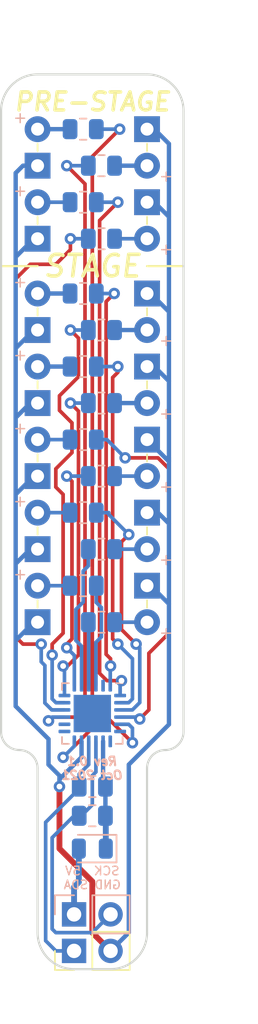
<source format=kicad_pcb>
(kicad_pcb (version 20171130) (host pcbnew "(5.1.10)-1")

  (general
    (thickness 1.6)
    (drawings 26)
    (tracks 257)
    (zones 0)
    (modules 34)
    (nets 34)
  )

  (page A4)
  (layers
    (0 F.Cu signal)
    (31 B.Cu signal)
    (32 B.Adhes user)
    (33 F.Adhes user)
    (34 B.Paste user)
    (35 F.Paste user)
    (36 B.SilkS user)
    (37 F.SilkS user hide)
    (38 B.Mask user)
    (39 F.Mask user)
    (40 Dwgs.User user)
    (41 Cmts.User user)
    (42 Eco1.User user)
    (43 Eco2.User user)
    (44 Edge.Cuts user)
    (45 Margin user)
    (46 B.CrtYd user)
    (47 F.CrtYd user)
    (48 B.Fab user)
    (49 F.Fab user)
  )

  (setup
    (last_trace_width 0.25)
    (user_trace_width 0.254)
    (user_trace_width 0.3048)
    (user_trace_width 0.4064)
    (trace_clearance 0.2)
    (zone_clearance 0.508)
    (zone_45_only no)
    (trace_min 0.2)
    (via_size 0.8)
    (via_drill 0.4)
    (via_min_size 0.4)
    (via_min_drill 0.3)
    (uvia_size 0.3)
    (uvia_drill 0.1)
    (uvias_allowed no)
    (uvia_min_size 0.2)
    (uvia_min_drill 0.1)
    (edge_width 0.15)
    (segment_width 0.2)
    (pcb_text_width 0.3)
    (pcb_text_size 1.5 1.5)
    (mod_edge_width 0.15)
    (mod_text_size 1 1)
    (mod_text_width 0.15)
    (pad_size 1.524 1.524)
    (pad_drill 0.762)
    (pad_to_mask_clearance 0)
    (aux_axis_origin 0 0)
    (visible_elements 7FFFFFFF)
    (pcbplotparams
      (layerselection 0x010f0_ffffffff)
      (usegerberextensions true)
      (usegerberattributes false)
      (usegerberadvancedattributes false)
      (creategerberjobfile false)
      (excludeedgelayer true)
      (linewidth 0.100000)
      (plotframeref false)
      (viasonmask false)
      (mode 1)
      (useauxorigin false)
      (hpglpennumber 1)
      (hpglpenspeed 20)
      (hpglpendiameter 15.000000)
      (psnegative false)
      (psa4output false)
      (plotreference true)
      (plotvalue true)
      (plotinvisibletext false)
      (padsonsilk false)
      (subtractmaskfromsilk false)
      (outputformat 1)
      (mirror false)
      (drillshape 0)
      (scaleselection 1)
      (outputdirectory "gerbers"))
  )

  (net 0 "")
  (net 1 /SCK)
  (net 2 GND)
  (net 3 /SDA)
  (net 4 /GP0)
  (net 5 /GP1)
  (net 6 /GP2)
  (net 7 /GP3)
  (net 8 /GP4)
  (net 9 /GP5)
  (net 10 /GP8)
  (net 11 /GP9)
  (net 12 /GP10)
  (net 13 /GP11)
  (net 14 /GP12)
  (net 15 /GP13)
  (net 16 "Net-(D1-Pad2)")
  (net 17 "Net-(D2-Pad2)")
  (net 18 "Net-(D3-Pad2)")
  (net 19 "Net-(D4-Pad2)")
  (net 20 "Net-(D5-Pad2)")
  (net 21 "Net-(D6-Pad2)")
  (net 22 "Net-(D7-Pad2)")
  (net 23 "Net-(D8-Pad2)")
  (net 24 "Net-(D9-Pad2)")
  (net 25 "Net-(D10-Pad2)")
  (net 26 "Net-(D11-Pad2)")
  (net 27 "Net-(D12-Pad2)")
  (net 28 "Net-(D13-Pad2)")
  (net 29 "Net-(D14-Pad2)")
  (net 30 /GP14)
  (net 31 /GP15)
  (net 32 +5V)
  (net 33 "Net-(D15-Pad2)")

  (net_class Default "This is the default net class."
    (clearance 0.2)
    (trace_width 0.25)
    (via_dia 0.8)
    (via_drill 0.4)
    (uvia_dia 0.3)
    (uvia_drill 0.1)
    (add_net +5V)
    (add_net /GP0)
    (add_net /GP1)
    (add_net /GP10)
    (add_net /GP11)
    (add_net /GP12)
    (add_net /GP13)
    (add_net /GP14)
    (add_net /GP15)
    (add_net /GP2)
    (add_net /GP3)
    (add_net /GP4)
    (add_net /GP5)
    (add_net /GP8)
    (add_net /GP9)
    (add_net /SCK)
    (add_net /SDA)
    (add_net GND)
    (add_net "Net-(D1-Pad2)")
    (add_net "Net-(D10-Pad2)")
    (add_net "Net-(D11-Pad2)")
    (add_net "Net-(D12-Pad2)")
    (add_net "Net-(D13-Pad2)")
    (add_net "Net-(D14-Pad2)")
    (add_net "Net-(D15-Pad2)")
    (add_net "Net-(D2-Pad2)")
    (add_net "Net-(D3-Pad2)")
    (add_net "Net-(D4-Pad2)")
    (add_net "Net-(D5-Pad2)")
    (add_net "Net-(D6-Pad2)")
    (add_net "Net-(D7-Pad2)")
    (add_net "Net-(D8-Pad2)")
    (add_net "Net-(D9-Pad2)")
  )

  (module footprints:R_0805_2012Metric (layer B.Cu) (tedit 5F68FEEE) (tstamp 614C82AD)
    (at 203.835 72.39)
    (descr "Resistor SMD 0805 (2012 Metric), square (rectangular) end terminal, IPC_7351 nominal, (Body size source: IPC-SM-782 page 72, https://www.pcb-3d.com/wordpress/wp-content/uploads/ipc-sm-782a_amendment_1_and_2.pdf), generated with kicad-footprint-generator")
    (tags resistor)
    (path /6155745B)
    (attr smd)
    (fp_text reference R14 (at 0 1.65 180) (layer B.SilkS) hide
      (effects (font (size 1 1) (thickness 0.15)) (justify mirror))
    )
    (fp_text value 330 (at 0 -1.65 180) (layer B.Fab)
      (effects (font (size 1 1) (thickness 0.15)) (justify mirror))
    )
    (fp_line (start -1 -0.625) (end -1 0.625) (layer B.Fab) (width 0.1))
    (fp_line (start -1 0.625) (end 1 0.625) (layer B.Fab) (width 0.1))
    (fp_line (start 1 0.625) (end 1 -0.625) (layer B.Fab) (width 0.1))
    (fp_line (start 1 -0.625) (end -1 -0.625) (layer B.Fab) (width 0.1))
    (fp_line (start -0.227064 0.735) (end 0.227064 0.735) (layer B.SilkS) (width 0.12))
    (fp_line (start -0.227064 -0.735) (end 0.227064 -0.735) (layer B.SilkS) (width 0.12))
    (fp_line (start -1.68 -0.95) (end -1.68 0.95) (layer B.CrtYd) (width 0.05))
    (fp_line (start -1.68 0.95) (end 1.68 0.95) (layer B.CrtYd) (width 0.05))
    (fp_line (start 1.68 0.95) (end 1.68 -0.95) (layer B.CrtYd) (width 0.05))
    (fp_line (start 1.68 -0.95) (end -1.68 -0.95) (layer B.CrtYd) (width 0.05))
    (fp_text user %R (at 0 0 180) (layer B.Fab)
      (effects (font (size 0.5 0.5) (thickness 0.08)) (justify mirror))
    )
    (pad 2 smd roundrect (at 0.9125 0) (size 1.025 1.4) (layers B.Cu B.Paste B.Mask) (roundrect_rratio 0.2439014634146341)
      (net 29 "Net-(D14-Pad2)"))
    (pad 1 smd roundrect (at -0.9125 0) (size 1.025 1.4) (layers B.Cu B.Paste B.Mask) (roundrect_rratio 0.2439014634146341)
      (net 30 /GP14))
    (model ${KISYS3DMOD}/Resistor_SMD.3dshapes/R_0805_2012Metric.wrl
      (at (xyz 0 0 0))
      (scale (xyz 1 1 1))
      (rotate (xyz 0 0 0))
    )
  )

  (module footprints:R_0805_2012Metric (layer B.Cu) (tedit 5F68FEEE) (tstamp 614C827D)
    (at 202.565 69.85 180)
    (descr "Resistor SMD 0805 (2012 Metric), square (rectangular) end terminal, IPC_7351 nominal, (Body size source: IPC-SM-782 page 72, https://www.pcb-3d.com/wordpress/wp-content/uploads/ipc-sm-782a_amendment_1_and_2.pdf), generated with kicad-footprint-generator")
    (tags resistor)
    (path /61555190)
    (attr smd)
    (fp_text reference R13 (at 0 1.65 180) (layer B.SilkS) hide
      (effects (font (size 1 1) (thickness 0.15)) (justify mirror))
    )
    (fp_text value 330 (at 0 -1.65 180) (layer B.Fab)
      (effects (font (size 1 1) (thickness 0.15)) (justify mirror))
    )
    (fp_line (start -1 -0.625) (end -1 0.625) (layer B.Fab) (width 0.1))
    (fp_line (start -1 0.625) (end 1 0.625) (layer B.Fab) (width 0.1))
    (fp_line (start 1 0.625) (end 1 -0.625) (layer B.Fab) (width 0.1))
    (fp_line (start 1 -0.625) (end -1 -0.625) (layer B.Fab) (width 0.1))
    (fp_line (start -0.227064 0.735) (end 0.227064 0.735) (layer B.SilkS) (width 0.12))
    (fp_line (start -0.227064 -0.735) (end 0.227064 -0.735) (layer B.SilkS) (width 0.12))
    (fp_line (start -1.68 -0.95) (end -1.68 0.95) (layer B.CrtYd) (width 0.05))
    (fp_line (start -1.68 0.95) (end 1.68 0.95) (layer B.CrtYd) (width 0.05))
    (fp_line (start 1.68 0.95) (end 1.68 -0.95) (layer B.CrtYd) (width 0.05))
    (fp_line (start 1.68 -0.95) (end -1.68 -0.95) (layer B.CrtYd) (width 0.05))
    (fp_text user %R (at 0 0 180) (layer B.Fab) hide
      (effects (font (size 0.5 0.5) (thickness 0.08)) (justify mirror))
    )
    (pad 2 smd roundrect (at 0.9125 0 180) (size 1.025 1.4) (layers B.Cu B.Paste B.Mask) (roundrect_rratio 0.2439014634146341)
      (net 28 "Net-(D13-Pad2)"))
    (pad 1 smd roundrect (at -0.9125 0 180) (size 1.025 1.4) (layers B.Cu B.Paste B.Mask) (roundrect_rratio 0.2439014634146341)
      (net 31 /GP15))
    (model ${KISYS3DMOD}/Resistor_SMD.3dshapes/R_0805_2012Metric.wrl
      (at (xyz 0 0 0))
      (scale (xyz 1 1 1))
      (rotate (xyz 0 0 0))
    )
  )

  (module footprints:R_0805_2012Metric (layer B.Cu) (tedit 5F68FEEE) (tstamp 614C824D)
    (at 203.835 67.31)
    (descr "Resistor SMD 0805 (2012 Metric), square (rectangular) end terminal, IPC_7351 nominal, (Body size source: IPC-SM-782 page 72, https://www.pcb-3d.com/wordpress/wp-content/uploads/ipc-sm-782a_amendment_1_and_2.pdf), generated with kicad-footprint-generator")
    (tags resistor)
    (path /61553799)
    (attr smd)
    (fp_text reference R12 (at 0 1.65 180) (layer B.SilkS) hide
      (effects (font (size 1 1) (thickness 0.15)) (justify mirror))
    )
    (fp_text value 330 (at 0 -1.65 180) (layer B.Fab)
      (effects (font (size 1 1) (thickness 0.15)) (justify mirror))
    )
    (fp_line (start -1 -0.625) (end -1 0.625) (layer B.Fab) (width 0.1))
    (fp_line (start -1 0.625) (end 1 0.625) (layer B.Fab) (width 0.1))
    (fp_line (start 1 0.625) (end 1 -0.625) (layer B.Fab) (width 0.1))
    (fp_line (start 1 -0.625) (end -1 -0.625) (layer B.Fab) (width 0.1))
    (fp_line (start -0.227064 0.735) (end 0.227064 0.735) (layer B.SilkS) (width 0.12))
    (fp_line (start -0.227064 -0.735) (end 0.227064 -0.735) (layer B.SilkS) (width 0.12))
    (fp_line (start -1.68 -0.95) (end -1.68 0.95) (layer B.CrtYd) (width 0.05))
    (fp_line (start -1.68 0.95) (end 1.68 0.95) (layer B.CrtYd) (width 0.05))
    (fp_line (start 1.68 0.95) (end 1.68 -0.95) (layer B.CrtYd) (width 0.05))
    (fp_line (start 1.68 -0.95) (end -1.68 -0.95) (layer B.CrtYd) (width 0.05))
    (fp_text user %R (at 0 0 180) (layer B.Fab)
      (effects (font (size 0.5 0.5) (thickness 0.08)) (justify mirror))
    )
    (pad 2 smd roundrect (at 0.9125 0) (size 1.025 1.4) (layers B.Cu B.Paste B.Mask) (roundrect_rratio 0.2439014634146341)
      (net 27 "Net-(D12-Pad2)"))
    (pad 1 smd roundrect (at -0.9125 0) (size 1.025 1.4) (layers B.Cu B.Paste B.Mask) (roundrect_rratio 0.2439014634146341)
      (net 15 /GP13))
    (model ${KISYS3DMOD}/Resistor_SMD.3dshapes/R_0805_2012Metric.wrl
      (at (xyz 0 0 0))
      (scale (xyz 1 1 1))
      (rotate (xyz 0 0 0))
    )
  )

  (module footprints:R_0805_2012Metric (layer B.Cu) (tedit 5F68FEEE) (tstamp 614C844B)
    (at 202.565 64.77 180)
    (descr "Resistor SMD 0805 (2012 Metric), square (rectangular) end terminal, IPC_7351 nominal, (Body size source: IPC-SM-782 page 72, https://www.pcb-3d.com/wordpress/wp-content/uploads/ipc-sm-782a_amendment_1_and_2.pdf), generated with kicad-footprint-generator")
    (tags resistor)
    (path /6154649A)
    (attr smd)
    (fp_text reference R11 (at 0 1.65 180) (layer B.SilkS) hide
      (effects (font (size 1 1) (thickness 0.15)) (justify mirror))
    )
    (fp_text value 330 (at 0 -1.65 180) (layer B.Fab)
      (effects (font (size 1 1) (thickness 0.15)) (justify mirror))
    )
    (fp_line (start -1 -0.625) (end -1 0.625) (layer B.Fab) (width 0.1))
    (fp_line (start -1 0.625) (end 1 0.625) (layer B.Fab) (width 0.1))
    (fp_line (start 1 0.625) (end 1 -0.625) (layer B.Fab) (width 0.1))
    (fp_line (start 1 -0.625) (end -1 -0.625) (layer B.Fab) (width 0.1))
    (fp_line (start -0.227064 0.735) (end 0.227064 0.735) (layer B.SilkS) (width 0.12))
    (fp_line (start -0.227064 -0.735) (end 0.227064 -0.735) (layer B.SilkS) (width 0.12))
    (fp_line (start -1.68 -0.95) (end -1.68 0.95) (layer B.CrtYd) (width 0.05))
    (fp_line (start -1.68 0.95) (end 1.68 0.95) (layer B.CrtYd) (width 0.05))
    (fp_line (start 1.68 0.95) (end 1.68 -0.95) (layer B.CrtYd) (width 0.05))
    (fp_line (start 1.68 -0.95) (end -1.68 -0.95) (layer B.CrtYd) (width 0.05))
    (fp_text user %R (at 0 0 180) (layer B.Fab)
      (effects (font (size 0.5 0.5) (thickness 0.08)) (justify mirror))
    )
    (pad 2 smd roundrect (at 0.9125 0 180) (size 1.025 1.4) (layers B.Cu B.Paste B.Mask) (roundrect_rratio 0.2439014634146341)
      (net 26 "Net-(D11-Pad2)"))
    (pad 1 smd roundrect (at -0.9125 0 180) (size 1.025 1.4) (layers B.Cu B.Paste B.Mask) (roundrect_rratio 0.2439014634146341)
      (net 7 /GP3))
    (model ${KISYS3DMOD}/Resistor_SMD.3dshapes/R_0805_2012Metric.wrl
      (at (xyz 0 0 0))
      (scale (xyz 1 1 1))
      (rotate (xyz 0 0 0))
    )
  )

  (module footprints:R_0805_2012Metric (layer B.Cu) (tedit 5F68FEEE) (tstamp 614C837F)
    (at 203.835 62.23)
    (descr "Resistor SMD 0805 (2012 Metric), square (rectangular) end terminal, IPC_7351 nominal, (Body size source: IPC-SM-782 page 72, https://www.pcb-3d.com/wordpress/wp-content/uploads/ipc-sm-782a_amendment_1_and_2.pdf), generated with kicad-footprint-generator")
    (tags resistor)
    (path /61546484)
    (attr smd)
    (fp_text reference R10 (at 0 1.65 180) (layer B.SilkS) hide
      (effects (font (size 1 1) (thickness 0.15)) (justify mirror))
    )
    (fp_text value 330 (at 0 -1.65 180) (layer B.Fab)
      (effects (font (size 1 1) (thickness 0.15)) (justify mirror))
    )
    (fp_line (start -1 -0.625) (end -1 0.625) (layer B.Fab) (width 0.1))
    (fp_line (start -1 0.625) (end 1 0.625) (layer B.Fab) (width 0.1))
    (fp_line (start 1 0.625) (end 1 -0.625) (layer B.Fab) (width 0.1))
    (fp_line (start 1 -0.625) (end -1 -0.625) (layer B.Fab) (width 0.1))
    (fp_line (start -0.227064 0.735) (end 0.227064 0.735) (layer B.SilkS) (width 0.12))
    (fp_line (start -0.227064 -0.735) (end 0.227064 -0.735) (layer B.SilkS) (width 0.12))
    (fp_line (start -1.68 -0.95) (end -1.68 0.95) (layer B.CrtYd) (width 0.05))
    (fp_line (start -1.68 0.95) (end 1.68 0.95) (layer B.CrtYd) (width 0.05))
    (fp_line (start 1.68 0.95) (end 1.68 -0.95) (layer B.CrtYd) (width 0.05))
    (fp_line (start 1.68 -0.95) (end -1.68 -0.95) (layer B.CrtYd) (width 0.05))
    (fp_text user %R (at 0 0 180) (layer B.Fab)
      (effects (font (size 0.5 0.5) (thickness 0.08)) (justify mirror))
    )
    (pad 2 smd roundrect (at 0.9125 0) (size 1.025 1.4) (layers B.Cu B.Paste B.Mask) (roundrect_rratio 0.2439014634146341)
      (net 25 "Net-(D10-Pad2)"))
    (pad 1 smd roundrect (at -0.9125 0) (size 1.025 1.4) (layers B.Cu B.Paste B.Mask) (roundrect_rratio 0.2439014634146341)
      (net 14 /GP12))
    (model ${KISYS3DMOD}/Resistor_SMD.3dshapes/R_0805_2012Metric.wrl
      (at (xyz 0 0 0))
      (scale (xyz 1 1 1))
      (rotate (xyz 0 0 0))
    )
  )

  (module footprints:R_0805_2012Metric (layer B.Cu) (tedit 5F68FEEE) (tstamp 614C83AF)
    (at 202.565 59.69 180)
    (descr "Resistor SMD 0805 (2012 Metric), square (rectangular) end terminal, IPC_7351 nominal, (Body size source: IPC-SM-782 page 72, https://www.pcb-3d.com/wordpress/wp-content/uploads/ipc-sm-782a_amendment_1_and_2.pdf), generated with kicad-footprint-generator")
    (tags resistor)
    (path /6154646E)
    (attr smd)
    (fp_text reference R9 (at 0 1.65 180) (layer B.SilkS) hide
      (effects (font (size 1 1) (thickness 0.15)) (justify mirror))
    )
    (fp_text value 330 (at 0 -1.65 180) (layer B.Fab)
      (effects (font (size 1 1) (thickness 0.15)) (justify mirror))
    )
    (fp_line (start -1 -0.625) (end -1 0.625) (layer B.Fab) (width 0.1))
    (fp_line (start -1 0.625) (end 1 0.625) (layer B.Fab) (width 0.1))
    (fp_line (start 1 0.625) (end 1 -0.625) (layer B.Fab) (width 0.1))
    (fp_line (start 1 -0.625) (end -1 -0.625) (layer B.Fab) (width 0.1))
    (fp_line (start -0.227064 0.735) (end 0.227064 0.735) (layer B.SilkS) (width 0.12))
    (fp_line (start -0.227064 -0.735) (end 0.227064 -0.735) (layer B.SilkS) (width 0.12))
    (fp_line (start -1.68 -0.95) (end -1.68 0.95) (layer B.CrtYd) (width 0.05))
    (fp_line (start -1.68 0.95) (end 1.68 0.95) (layer B.CrtYd) (width 0.05))
    (fp_line (start 1.68 0.95) (end 1.68 -0.95) (layer B.CrtYd) (width 0.05))
    (fp_line (start 1.68 -0.95) (end -1.68 -0.95) (layer B.CrtYd) (width 0.05))
    (fp_text user %R (at 0 0 180) (layer B.Fab)
      (effects (font (size 0.5 0.5) (thickness 0.08)) (justify mirror))
    )
    (pad 2 smd roundrect (at 0.9125 0 180) (size 1.025 1.4) (layers B.Cu B.Paste B.Mask) (roundrect_rratio 0.2439014634146341)
      (net 24 "Net-(D9-Pad2)"))
    (pad 1 smd roundrect (at -0.9125 0 180) (size 1.025 1.4) (layers B.Cu B.Paste B.Mask) (roundrect_rratio 0.2439014634146341)
      (net 8 /GP4))
    (model ${KISYS3DMOD}/Resistor_SMD.3dshapes/R_0805_2012Metric.wrl
      (at (xyz 0 0 0))
      (scale (xyz 1 1 1))
      (rotate (xyz 0 0 0))
    )
  )

  (module footprints:R_0805_2012Metric (layer B.Cu) (tedit 5F68FEEE) (tstamp 614C80B5)
    (at 203.835 57.15)
    (descr "Resistor SMD 0805 (2012 Metric), square (rectangular) end terminal, IPC_7351 nominal, (Body size source: IPC-SM-782 page 72, https://www.pcb-3d.com/wordpress/wp-content/uploads/ipc-sm-782a_amendment_1_and_2.pdf), generated with kicad-footprint-generator")
    (tags resistor)
    (path /6152FED6)
    (attr smd)
    (fp_text reference R8 (at 0 1.65 180) (layer B.SilkS) hide
      (effects (font (size 1 1) (thickness 0.15)) (justify mirror))
    )
    (fp_text value 330 (at 0 -1.65 180) (layer B.Fab)
      (effects (font (size 1 1) (thickness 0.15)) (justify mirror))
    )
    (fp_line (start -1 -0.625) (end -1 0.625) (layer B.Fab) (width 0.1))
    (fp_line (start -1 0.625) (end 1 0.625) (layer B.Fab) (width 0.1))
    (fp_line (start 1 0.625) (end 1 -0.625) (layer B.Fab) (width 0.1))
    (fp_line (start 1 -0.625) (end -1 -0.625) (layer B.Fab) (width 0.1))
    (fp_line (start -0.227064 0.735) (end 0.227064 0.735) (layer B.SilkS) (width 0.12))
    (fp_line (start -0.227064 -0.735) (end 0.227064 -0.735) (layer B.SilkS) (width 0.12))
    (fp_line (start -1.68 -0.95) (end -1.68 0.95) (layer B.CrtYd) (width 0.05))
    (fp_line (start -1.68 0.95) (end 1.68 0.95) (layer B.CrtYd) (width 0.05))
    (fp_line (start 1.68 0.95) (end 1.68 -0.95) (layer B.CrtYd) (width 0.05))
    (fp_line (start 1.68 -0.95) (end -1.68 -0.95) (layer B.CrtYd) (width 0.05))
    (fp_text user %R (at 0 0 180) (layer B.Fab)
      (effects (font (size 0.5 0.5) (thickness 0.08)) (justify mirror))
    )
    (pad 2 smd roundrect (at 0.9125 0) (size 1.025 1.4) (layers B.Cu B.Paste B.Mask) (roundrect_rratio 0.2439014634146341)
      (net 23 "Net-(D8-Pad2)"))
    (pad 1 smd roundrect (at -0.9125 0) (size 1.025 1.4) (layers B.Cu B.Paste B.Mask) (roundrect_rratio 0.2439014634146341)
      (net 13 /GP11))
    (model ${KISYS3DMOD}/Resistor_SMD.3dshapes/R_0805_2012Metric.wrl
      (at (xyz 0 0 0))
      (scale (xyz 1 1 1))
      (rotate (xyz 0 0 0))
    )
  )

  (module footprints:R_0805_2012Metric (layer B.Cu) (tedit 5F68FEEE) (tstamp 614C8181)
    (at 202.565 54.61 180)
    (descr "Resistor SMD 0805 (2012 Metric), square (rectangular) end terminal, IPC_7351 nominal, (Body size source: IPC-SM-782 page 72, https://www.pcb-3d.com/wordpress/wp-content/uploads/ipc-sm-782a_amendment_1_and_2.pdf), generated with kicad-footprint-generator")
    (tags resistor)
    (path /6152E684)
    (attr smd)
    (fp_text reference R7 (at 0 1.65 180) (layer B.SilkS) hide
      (effects (font (size 1 1) (thickness 0.15)) (justify mirror))
    )
    (fp_text value 330 (at 0 -1.65 180) (layer B.Fab)
      (effects (font (size 1 1) (thickness 0.15)) (justify mirror))
    )
    (fp_line (start -1 -0.625) (end -1 0.625) (layer B.Fab) (width 0.1))
    (fp_line (start -1 0.625) (end 1 0.625) (layer B.Fab) (width 0.1))
    (fp_line (start 1 0.625) (end 1 -0.625) (layer B.Fab) (width 0.1))
    (fp_line (start 1 -0.625) (end -1 -0.625) (layer B.Fab) (width 0.1))
    (fp_line (start -0.227064 0.735) (end 0.227064 0.735) (layer B.SilkS) (width 0.12))
    (fp_line (start -0.227064 -0.735) (end 0.227064 -0.735) (layer B.SilkS) (width 0.12))
    (fp_line (start -1.68 -0.95) (end -1.68 0.95) (layer B.CrtYd) (width 0.05))
    (fp_line (start -1.68 0.95) (end 1.68 0.95) (layer B.CrtYd) (width 0.05))
    (fp_line (start 1.68 0.95) (end 1.68 -0.95) (layer B.CrtYd) (width 0.05))
    (fp_line (start 1.68 -0.95) (end -1.68 -0.95) (layer B.CrtYd) (width 0.05))
    (fp_text user %R (at 0 0 180) (layer B.Fab)
      (effects (font (size 0.5 0.5) (thickness 0.08)) (justify mirror))
    )
    (pad 2 smd roundrect (at 0.9125 0 180) (size 1.025 1.4) (layers B.Cu B.Paste B.Mask) (roundrect_rratio 0.2439014634146341)
      (net 22 "Net-(D7-Pad2)"))
    (pad 1 smd roundrect (at -0.9125 0 180) (size 1.025 1.4) (layers B.Cu B.Paste B.Mask) (roundrect_rratio 0.2439014634146341)
      (net 6 /GP2))
    (model ${KISYS3DMOD}/Resistor_SMD.3dshapes/R_0805_2012Metric.wrl
      (at (xyz 0 0 0))
      (scale (xyz 1 1 1))
      (rotate (xyz 0 0 0))
    )
  )

  (module footprints:R_0805_2012Metric (layer B.Cu) (tedit 5F68FEEE) (tstamp 614C811B)
    (at 203.835 52.07)
    (descr "Resistor SMD 0805 (2012 Metric), square (rectangular) end terminal, IPC_7351 nominal, (Body size source: IPC-SM-782 page 72, https://www.pcb-3d.com/wordpress/wp-content/uploads/ipc-sm-782a_amendment_1_and_2.pdf), generated with kicad-footprint-generator")
    (tags resistor)
    (path /6152CDDC)
    (attr smd)
    (fp_text reference R6 (at 0 1.65 180) (layer B.SilkS) hide
      (effects (font (size 1 1) (thickness 0.15)) (justify mirror))
    )
    (fp_text value 330 (at 0 -1.65 180) (layer B.Fab)
      (effects (font (size 1 1) (thickness 0.15)) (justify mirror))
    )
    (fp_line (start -1 -0.625) (end -1 0.625) (layer B.Fab) (width 0.1))
    (fp_line (start -1 0.625) (end 1 0.625) (layer B.Fab) (width 0.1))
    (fp_line (start 1 0.625) (end 1 -0.625) (layer B.Fab) (width 0.1))
    (fp_line (start 1 -0.625) (end -1 -0.625) (layer B.Fab) (width 0.1))
    (fp_line (start -0.227064 0.735) (end 0.227064 0.735) (layer B.SilkS) (width 0.12))
    (fp_line (start -0.227064 -0.735) (end 0.227064 -0.735) (layer B.SilkS) (width 0.12))
    (fp_line (start -1.68 -0.95) (end -1.68 0.95) (layer B.CrtYd) (width 0.05))
    (fp_line (start -1.68 0.95) (end 1.68 0.95) (layer B.CrtYd) (width 0.05))
    (fp_line (start 1.68 0.95) (end 1.68 -0.95) (layer B.CrtYd) (width 0.05))
    (fp_line (start 1.68 -0.95) (end -1.68 -0.95) (layer B.CrtYd) (width 0.05))
    (fp_text user %R (at 0 0 180) (layer B.Fab)
      (effects (font (size 0.5 0.5) (thickness 0.08)) (justify mirror))
    )
    (pad 2 smd roundrect (at 0.9125 0) (size 1.025 1.4) (layers B.Cu B.Paste B.Mask) (roundrect_rratio 0.2439014634146341)
      (net 21 "Net-(D6-Pad2)"))
    (pad 1 smd roundrect (at -0.9125 0) (size 1.025 1.4) (layers B.Cu B.Paste B.Mask) (roundrect_rratio 0.2439014634146341)
      (net 12 /GP10))
    (model ${KISYS3DMOD}/Resistor_SMD.3dshapes/R_0805_2012Metric.wrl
      (at (xyz 0 0 0))
      (scale (xyz 1 1 1))
      (rotate (xyz 0 0 0))
    )
  )

  (module footprints:R_0805_2012Metric (layer B.Cu) (tedit 5F68FEEE) (tstamp 614C81E7)
    (at 202.565 49.53 180)
    (descr "Resistor SMD 0805 (2012 Metric), square (rectangular) end terminal, IPC_7351 nominal, (Body size source: IPC-SM-782 page 72, https://www.pcb-3d.com/wordpress/wp-content/uploads/ipc-sm-782a_amendment_1_and_2.pdf), generated with kicad-footprint-generator")
    (tags resistor)
    (path /6152BB04)
    (attr smd)
    (fp_text reference R5 (at 0 1.65 180) (layer B.SilkS) hide
      (effects (font (size 1 1) (thickness 0.15)) (justify mirror))
    )
    (fp_text value 330 (at 0 -1.65 180) (layer B.Fab)
      (effects (font (size 1 1) (thickness 0.15)) (justify mirror))
    )
    (fp_line (start -1 -0.625) (end -1 0.625) (layer B.Fab) (width 0.1))
    (fp_line (start -1 0.625) (end 1 0.625) (layer B.Fab) (width 0.1))
    (fp_line (start 1 0.625) (end 1 -0.625) (layer B.Fab) (width 0.1))
    (fp_line (start 1 -0.625) (end -1 -0.625) (layer B.Fab) (width 0.1))
    (fp_line (start -0.227064 0.735) (end 0.227064 0.735) (layer B.SilkS) (width 0.12))
    (fp_line (start -0.227064 -0.735) (end 0.227064 -0.735) (layer B.SilkS) (width 0.12))
    (fp_line (start -1.68 -0.95) (end -1.68 0.95) (layer B.CrtYd) (width 0.05))
    (fp_line (start -1.68 0.95) (end 1.68 0.95) (layer B.CrtYd) (width 0.05))
    (fp_line (start 1.68 0.95) (end 1.68 -0.95) (layer B.CrtYd) (width 0.05))
    (fp_line (start 1.68 -0.95) (end -1.68 -0.95) (layer B.CrtYd) (width 0.05))
    (fp_text user %R (at 0 0 180) (layer B.Fab)
      (effects (font (size 0.5 0.5) (thickness 0.08)) (justify mirror))
    )
    (pad 2 smd roundrect (at 0.9125 0 180) (size 1.025 1.4) (layers B.Cu B.Paste B.Mask) (roundrect_rratio 0.2439014634146341)
      (net 20 "Net-(D5-Pad2)"))
    (pad 1 smd roundrect (at -0.9125 0 180) (size 1.025 1.4) (layers B.Cu B.Paste B.Mask) (roundrect_rratio 0.2439014634146341)
      (net 4 /GP0))
    (model ${KISYS3DMOD}/Resistor_SMD.3dshapes/R_0805_2012Metric.wrl
      (at (xyz 0 0 0))
      (scale (xyz 1 1 1))
      (rotate (xyz 0 0 0))
    )
  )

  (module footprints:R_0805_2012Metric (layer B.Cu) (tedit 5F68FEEE) (tstamp 614D4BD5)
    (at 203.2 85.852 180)
    (descr "Resistor SMD 0805 (2012 Metric), square (rectangular) end terminal, IPC_7351 nominal, (Body size source: IPC-SM-782 page 72, https://www.pcb-3d.com/wordpress/wp-content/uploads/ipc-sm-782a_amendment_1_and_2.pdf), generated with kicad-footprint-generator")
    (tags resistor)
    (path /616ADD44)
    (attr smd)
    (fp_text reference R16 (at 0 1.65) (layer B.SilkS) hide
      (effects (font (size 1 1) (thickness 0.15)) (justify mirror))
    )
    (fp_text value 4K7 (at 0.0875 1.75) (layer B.SilkS) hide
      (effects (font (size 0.8 0.8) (thickness 0.15)) (justify mirror))
    )
    (fp_line (start 1.68 -0.95) (end -1.68 -0.95) (layer B.CrtYd) (width 0.05))
    (fp_line (start 1.68 0.95) (end 1.68 -0.95) (layer B.CrtYd) (width 0.05))
    (fp_line (start -1.68 0.95) (end 1.68 0.95) (layer B.CrtYd) (width 0.05))
    (fp_line (start -1.68 -0.95) (end -1.68 0.95) (layer B.CrtYd) (width 0.05))
    (fp_line (start -0.227064 -0.735) (end 0.227064 -0.735) (layer B.SilkS) (width 0.12))
    (fp_line (start -0.227064 0.735) (end 0.227064 0.735) (layer B.SilkS) (width 0.12))
    (fp_line (start 1 -0.625) (end -1 -0.625) (layer B.Fab) (width 0.1))
    (fp_line (start 1 0.625) (end 1 -0.625) (layer B.Fab) (width 0.1))
    (fp_line (start -1 0.625) (end 1 0.625) (layer B.Fab) (width 0.1))
    (fp_line (start -1 -0.625) (end -1 0.625) (layer B.Fab) (width 0.1))
    (fp_text user %R (at 0 0) (layer B.Fab)
      (effects (font (size 0.5 0.5) (thickness 0.08)) (justify mirror))
    )
    (pad 2 smd roundrect (at 0.9125 0 180) (size 1.025 1.4) (layers B.Cu B.Paste B.Mask) (roundrect_rratio 0.2439014634146341)
      (net 1 /SCK))
    (pad 1 smd roundrect (at -0.9125 0 180) (size 1.025 1.4) (layers B.Cu B.Paste B.Mask) (roundrect_rratio 0.2439014634146341)
      (net 32 +5V))
    (model ${KISYS3DMOD}/Resistor_SMD.3dshapes/R_0805_2012Metric.wrl
      (at (xyz 0 0 0))
      (scale (xyz 1 1 1))
      (rotate (xyz 0 0 0))
    )
  )

  (module footprints:R_0805_2012Metric (layer B.Cu) (tedit 5F68FEEE) (tstamp 614D4B23)
    (at 203.2 83.82 180)
    (descr "Resistor SMD 0805 (2012 Metric), square (rectangular) end terminal, IPC_7351 nominal, (Body size source: IPC-SM-782 page 72, https://www.pcb-3d.com/wordpress/wp-content/uploads/ipc-sm-782a_amendment_1_and_2.pdf), generated with kicad-footprint-generator")
    (tags resistor)
    (path /616AC931)
    (attr smd)
    (fp_text reference R15 (at 0 1.65 180) (layer B.SilkS) hide
      (effects (font (size 1 1) (thickness 0.15)) (justify mirror))
    )
    (fp_text value 4K7 (at 0 -1.65 180) (layer B.SilkS) hide
      (effects (font (size 0.8 0.8) (thickness 0.15)) (justify mirror))
    )
    (fp_line (start 1.68 -0.95) (end -1.68 -0.95) (layer B.CrtYd) (width 0.05))
    (fp_line (start 1.68 0.95) (end 1.68 -0.95) (layer B.CrtYd) (width 0.05))
    (fp_line (start -1.68 0.95) (end 1.68 0.95) (layer B.CrtYd) (width 0.05))
    (fp_line (start -1.68 -0.95) (end -1.68 0.95) (layer B.CrtYd) (width 0.05))
    (fp_line (start -0.227064 -0.735) (end 0.227064 -0.735) (layer B.SilkS) (width 0.12))
    (fp_line (start -0.227064 0.735) (end 0.227064 0.735) (layer B.SilkS) (width 0.12))
    (fp_line (start 1 -0.625) (end -1 -0.625) (layer B.Fab) (width 0.1))
    (fp_line (start 1 0.625) (end 1 -0.625) (layer B.Fab) (width 0.1))
    (fp_line (start -1 0.625) (end 1 0.625) (layer B.Fab) (width 0.1))
    (fp_line (start -1 -0.625) (end -1 0.625) (layer B.Fab) (width 0.1))
    (fp_text user %R (at 0 0 180) (layer B.Fab)
      (effects (font (size 0.5 0.5) (thickness 0.08)) (justify mirror))
    )
    (pad 2 smd roundrect (at 0.9125 0 180) (size 1.025 1.4) (layers B.Cu B.Paste B.Mask) (roundrect_rratio 0.2439014634146341)
      (net 3 /SDA))
    (pad 1 smd roundrect (at -0.9125 0 180) (size 1.025 1.4) (layers B.Cu B.Paste B.Mask) (roundrect_rratio 0.2439014634146341)
      (net 32 +5V))
    (model ${KISYS3DMOD}/Resistor_SMD.3dshapes/R_0805_2012Metric.wrl
      (at (xyz 0 0 0))
      (scale (xyz 1 1 1))
      (rotate (xyz 0 0 0))
    )
  )

  (module footprints:R_0805_2012Metric (layer B.Cu) (tedit 5F68FEEE) (tstamp 617C7E5A)
    (at 202.565 38.1 180)
    (descr "Resistor SMD 0805 (2012 Metric), square (rectangular) end terminal, IPC_7351 nominal, (Body size source: IPC-SM-782 page 72, https://www.pcb-3d.com/wordpress/wp-content/uploads/ipc-sm-782a_amendment_1_and_2.pdf), generated with kicad-footprint-generator")
    (tags resistor)
    (path /614B8722)
    (attr smd)
    (fp_text reference R1 (at 0 1.65) (layer B.SilkS) hide
      (effects (font (size 1 1) (thickness 0.15)) (justify mirror))
    )
    (fp_text value 330 (at 0 -1.65) (layer B.Fab)
      (effects (font (size 1 1) (thickness 0.15)) (justify mirror))
    )
    (fp_line (start -1 -0.625) (end -1 0.625) (layer B.Fab) (width 0.1))
    (fp_line (start -1 0.625) (end 1 0.625) (layer B.Fab) (width 0.1))
    (fp_line (start 1 0.625) (end 1 -0.625) (layer B.Fab) (width 0.1))
    (fp_line (start 1 -0.625) (end -1 -0.625) (layer B.Fab) (width 0.1))
    (fp_line (start -0.227064 0.735) (end 0.227064 0.735) (layer B.SilkS) (width 0.12))
    (fp_line (start -0.227064 -0.735) (end 0.227064 -0.735) (layer B.SilkS) (width 0.12))
    (fp_line (start -1.68 -0.95) (end -1.68 0.95) (layer B.CrtYd) (width 0.05))
    (fp_line (start -1.68 0.95) (end 1.68 0.95) (layer B.CrtYd) (width 0.05))
    (fp_line (start 1.68 0.95) (end 1.68 -0.95) (layer B.CrtYd) (width 0.05))
    (fp_line (start 1.68 -0.95) (end -1.68 -0.95) (layer B.CrtYd) (width 0.05))
    (fp_text user %R (at 0 0) (layer B.Fab)
      (effects (font (size 0.5 0.5) (thickness 0.08)) (justify mirror))
    )
    (pad 2 smd roundrect (at 0.9125 0 180) (size 1.025 1.4) (layers B.Cu B.Paste B.Mask) (roundrect_rratio 0.243902)
      (net 16 "Net-(D1-Pad2)"))
    (pad 1 smd roundrect (at -0.9125 0 180) (size 1.025 1.4) (layers B.Cu B.Paste B.Mask) (roundrect_rratio 0.243902)
      (net 9 /GP5))
    (model ${KISYS3DMOD}/Resistor_SMD.3dshapes/R_0805_2012Metric.wrl
      (at (xyz 0 0 0))
      (scale (xyz 1 1 1))
      (rotate (xyz 0 0 0))
    )
  )

  (module footprints:R_0805_2012Metric (layer B.Cu) (tedit 5F68FEEE) (tstamp 617C7E6A)
    (at 203.835 40.64)
    (descr "Resistor SMD 0805 (2012 Metric), square (rectangular) end terminal, IPC_7351 nominal, (Body size source: IPC-SM-782 page 72, https://www.pcb-3d.com/wordpress/wp-content/uploads/ipc-sm-782a_amendment_1_and_2.pdf), generated with kicad-footprint-generator")
    (tags resistor)
    (path /615E6E07)
    (attr smd)
    (fp_text reference R2 (at 0 1.65 180) (layer B.SilkS) hide
      (effects (font (size 1 1) (thickness 0.15)) (justify mirror))
    )
    (fp_text value 330 (at 0 -1.65 180) (layer B.Fab)
      (effects (font (size 1 1) (thickness 0.15)) (justify mirror))
    )
    (fp_line (start -1 -0.625) (end -1 0.625) (layer B.Fab) (width 0.1))
    (fp_line (start -1 0.625) (end 1 0.625) (layer B.Fab) (width 0.1))
    (fp_line (start 1 0.625) (end 1 -0.625) (layer B.Fab) (width 0.1))
    (fp_line (start 1 -0.625) (end -1 -0.625) (layer B.Fab) (width 0.1))
    (fp_line (start -0.227064 0.735) (end 0.227064 0.735) (layer B.SilkS) (width 0.12))
    (fp_line (start -0.227064 -0.735) (end 0.227064 -0.735) (layer B.SilkS) (width 0.12))
    (fp_line (start -1.68 -0.95) (end -1.68 0.95) (layer B.CrtYd) (width 0.05))
    (fp_line (start -1.68 0.95) (end 1.68 0.95) (layer B.CrtYd) (width 0.05))
    (fp_line (start 1.68 0.95) (end 1.68 -0.95) (layer B.CrtYd) (width 0.05))
    (fp_line (start 1.68 -0.95) (end -1.68 -0.95) (layer B.CrtYd) (width 0.05))
    (fp_text user %R (at 0 0 180) (layer B.Fab)
      (effects (font (size 0.5 0.5) (thickness 0.08)) (justify mirror))
    )
    (pad 2 smd roundrect (at 0.9125 0) (size 1.025 1.4) (layers B.Cu B.Paste B.Mask) (roundrect_rratio 0.243902)
      (net 17 "Net-(D2-Pad2)"))
    (pad 1 smd roundrect (at -0.9125 0) (size 1.025 1.4) (layers B.Cu B.Paste B.Mask) (roundrect_rratio 0.243902)
      (net 10 /GP8))
    (model ${KISYS3DMOD}/Resistor_SMD.3dshapes/R_0805_2012Metric.wrl
      (at (xyz 0 0 0))
      (scale (xyz 1 1 1))
      (rotate (xyz 0 0 0))
    )
  )

  (module footprints:R_0805_2012Metric (layer B.Cu) (tedit 5F68FEEE) (tstamp 617C7E7A)
    (at 202.565 43.18 180)
    (descr "Resistor SMD 0805 (2012 Metric), square (rectangular) end terminal, IPC_7351 nominal, (Body size source: IPC-SM-782 page 72, https://www.pcb-3d.com/wordpress/wp-content/uploads/ipc-sm-782a_amendment_1_and_2.pdf), generated with kicad-footprint-generator")
    (tags resistor)
    (path /61606D9E)
    (attr smd)
    (fp_text reference R3 (at 0 1.65) (layer B.SilkS) hide
      (effects (font (size 1 1) (thickness 0.15)) (justify mirror))
    )
    (fp_text value 330 (at 0 -1.65) (layer B.Fab)
      (effects (font (size 1 1) (thickness 0.15)) (justify mirror))
    )
    (fp_line (start 1.68 -0.95) (end -1.68 -0.95) (layer B.CrtYd) (width 0.05))
    (fp_line (start 1.68 0.95) (end 1.68 -0.95) (layer B.CrtYd) (width 0.05))
    (fp_line (start -1.68 0.95) (end 1.68 0.95) (layer B.CrtYd) (width 0.05))
    (fp_line (start -1.68 -0.95) (end -1.68 0.95) (layer B.CrtYd) (width 0.05))
    (fp_line (start -0.227064 -0.735) (end 0.227064 -0.735) (layer B.SilkS) (width 0.12))
    (fp_line (start -0.227064 0.735) (end 0.227064 0.735) (layer B.SilkS) (width 0.12))
    (fp_line (start 1 -0.625) (end -1 -0.625) (layer B.Fab) (width 0.1))
    (fp_line (start 1 0.625) (end 1 -0.625) (layer B.Fab) (width 0.1))
    (fp_line (start -1 0.625) (end 1 0.625) (layer B.Fab) (width 0.1))
    (fp_line (start -1 -0.625) (end -1 0.625) (layer B.Fab) (width 0.1))
    (fp_text user %R (at 0 0) (layer B.Fab)
      (effects (font (size 0.5 0.5) (thickness 0.08)) (justify mirror))
    )
    (pad 1 smd roundrect (at -0.9125 0 180) (size 1.025 1.4) (layers B.Cu B.Paste B.Mask) (roundrect_rratio 0.243902)
      (net 5 /GP1))
    (pad 2 smd roundrect (at 0.9125 0 180) (size 1.025 1.4) (layers B.Cu B.Paste B.Mask) (roundrect_rratio 0.243902)
      (net 18 "Net-(D3-Pad2)"))
    (model ${KISYS3DMOD}/Resistor_SMD.3dshapes/R_0805_2012Metric.wrl
      (at (xyz 0 0 0))
      (scale (xyz 1 1 1))
      (rotate (xyz 0 0 0))
    )
  )

  (module footprints:R_0805_2012Metric (layer B.Cu) (tedit 5F68FEEE) (tstamp 617C7E8A)
    (at 203.835 45.72)
    (descr "Resistor SMD 0805 (2012 Metric), square (rectangular) end terminal, IPC_7351 nominal, (Body size source: IPC-SM-782 page 72, https://www.pcb-3d.com/wordpress/wp-content/uploads/ipc-sm-782a_amendment_1_and_2.pdf), generated with kicad-footprint-generator")
    (tags resistor)
    (path /61606DC8)
    (attr smd)
    (fp_text reference R4 (at 0 1.65 180) (layer B.SilkS) hide
      (effects (font (size 1 1) (thickness 0.15)) (justify mirror))
    )
    (fp_text value 330 (at 0 -1.65 180) (layer B.Fab)
      (effects (font (size 1 1) (thickness 0.15)) (justify mirror))
    )
    (fp_line (start 1.68 -0.95) (end -1.68 -0.95) (layer B.CrtYd) (width 0.05))
    (fp_line (start 1.68 0.95) (end 1.68 -0.95) (layer B.CrtYd) (width 0.05))
    (fp_line (start -1.68 0.95) (end 1.68 0.95) (layer B.CrtYd) (width 0.05))
    (fp_line (start -1.68 -0.95) (end -1.68 0.95) (layer B.CrtYd) (width 0.05))
    (fp_line (start -0.227064 -0.735) (end 0.227064 -0.735) (layer B.SilkS) (width 0.12))
    (fp_line (start -0.227064 0.735) (end 0.227064 0.735) (layer B.SilkS) (width 0.12))
    (fp_line (start 1 -0.625) (end -1 -0.625) (layer B.Fab) (width 0.1))
    (fp_line (start 1 0.625) (end 1 -0.625) (layer B.Fab) (width 0.1))
    (fp_line (start -1 0.625) (end 1 0.625) (layer B.Fab) (width 0.1))
    (fp_line (start -1 -0.625) (end -1 0.625) (layer B.Fab) (width 0.1))
    (fp_text user %R (at 0 0 180) (layer B.Fab)
      (effects (font (size 0.5 0.5) (thickness 0.08)) (justify mirror))
    )
    (pad 1 smd roundrect (at -0.9125 0) (size 1.025 1.4) (layers B.Cu B.Paste B.Mask) (roundrect_rratio 0.243902)
      (net 11 /GP9))
    (pad 2 smd roundrect (at 0.9125 0) (size 1.025 1.4) (layers B.Cu B.Paste B.Mask) (roundrect_rratio 0.243902)
      (net 19 "Net-(D4-Pad2)"))
    (model ${KISYS3DMOD}/Resistor_SMD.3dshapes/R_0805_2012Metric.wrl
      (at (xyz 0 0 0))
      (scale (xyz 1 1 1))
      (rotate (xyz 0 0 0))
    )
  )

  (module footprints:LED_D3.0mm (layer F.Cu) (tedit 6175D6AB) (tstamp 617DE294)
    (at 199.39 40.64 90)
    (descr "LED, diameter 3.0mm, 2 pins")
    (tags "LED diameter 3.0mm 2 pins")
    (path /614B7561)
    (fp_text reference D1 (at 1.27 -1.524 90) (layer F.SilkS) hide
      (effects (font (size 0.8 0.8) (thickness 0.15)))
    )
    (fp_text value LED (at 1.524 1.778 90) (layer F.Fab)
      (effects (font (size 1 1) (thickness 0.15)))
    )
    (fp_text user + (at 3.302 -1.27 90) (layer B.SilkS)
      (effects (font (size 0.8 0.8) (thickness 0.1)))
    )
    (fp_arc (start 1.27 0) (end -0.23 -1.16619) (angle 284.3) (layer F.Fab) (width 0.1))
    (fp_line (start 3.7 -2.25) (end -1.15 -2.25) (layer F.CrtYd) (width 0.05))
    (fp_line (start 3.7 2.25) (end 3.7 -2.25) (layer F.CrtYd) (width 0.05))
    (fp_line (start -1.15 2.25) (end 3.7 2.25) (layer F.CrtYd) (width 0.05))
    (fp_line (start -1.15 -2.25) (end -1.15 2.25) (layer F.CrtYd) (width 0.05))
    (fp_line (start -0.23 -1.16619) (end -0.23 1.16619) (layer F.Fab) (width 0.1))
    (fp_circle (center 1.27 0) (end 2.77 0) (layer F.Fab) (width 0.1))
    (fp_line (start 1.016 0) (end 1.524 0) (layer F.SilkS) (width 0.12))
    (pad 1 thru_hole rect (at 0 0 90) (size 1.8 1.8) (drill 0.9) (layers *.Cu *.Mask)
      (net 2 GND))
    (pad 2 thru_hole circle (at 2.54 0 90) (size 1.8 1.8) (drill 0.9) (layers *.Cu *.Mask)
      (net 16 "Net-(D1-Pad2)"))
    (model ${KISYS3DMOD}/LED_THT.3dshapes/LED_D3.0mm.wrl
      (at (xyz 0 0 0))
      (scale (xyz 1 1 1))
      (rotate (xyz 0 0 0))
    )
  )

  (module footprints:LED_D3.0mm (layer F.Cu) (tedit 6175D6AB) (tstamp 617DE2A2)
    (at 207.01 38.1 270)
    (descr "LED, diameter 3.0mm, 2 pins")
    (tags "LED diameter 3.0mm 2 pins")
    (path /615E6E01)
    (fp_text reference D2 (at 1.27 -1.524 90) (layer F.SilkS) hide
      (effects (font (size 0.8 0.8) (thickness 0.15)))
    )
    (fp_text value LED (at 1.524 1.778 90) (layer F.Fab)
      (effects (font (size 1 1) (thickness 0.15)))
    )
    (fp_line (start 1.016 0) (end 1.524 0) (layer F.SilkS) (width 0.12))
    (fp_circle (center 1.27 0) (end 2.77 0) (layer F.Fab) (width 0.1))
    (fp_line (start -0.23 -1.16619) (end -0.23 1.16619) (layer F.Fab) (width 0.1))
    (fp_line (start -1.15 -2.25) (end -1.15 2.25) (layer F.CrtYd) (width 0.05))
    (fp_line (start -1.15 2.25) (end 3.7 2.25) (layer F.CrtYd) (width 0.05))
    (fp_line (start 3.7 2.25) (end 3.7 -2.25) (layer F.CrtYd) (width 0.05))
    (fp_line (start 3.7 -2.25) (end -1.15 -2.25) (layer F.CrtYd) (width 0.05))
    (fp_arc (start 1.27 0) (end -0.23 -1.16619) (angle 284.3) (layer F.Fab) (width 0.1))
    (fp_text user + (at 3.302 -1.27 90) (layer B.SilkS)
      (effects (font (size 0.8 0.8) (thickness 0.1)))
    )
    (pad 2 thru_hole circle (at 2.54 0 270) (size 1.8 1.8) (drill 0.9) (layers *.Cu *.Mask)
      (net 17 "Net-(D2-Pad2)"))
    (pad 1 thru_hole rect (at 0 0 270) (size 1.8 1.8) (drill 0.9) (layers *.Cu *.Mask)
      (net 2 GND))
    (model ${KISYS3DMOD}/LED_THT.3dshapes/LED_D3.0mm.wrl
      (at (xyz 0 0 0))
      (scale (xyz 1 1 1))
      (rotate (xyz 0 0 0))
    )
  )

  (module footprints:LED_D3.0mm (layer F.Cu) (tedit 6175D6AB) (tstamp 617DE2B0)
    (at 199.39 45.72 90)
    (descr "LED, diameter 3.0mm, 2 pins")
    (tags "LED diameter 3.0mm 2 pins")
    (path /61606D98)
    (fp_text reference D3 (at 1.27 -1.524 90) (layer F.SilkS) hide
      (effects (font (size 0.8 0.8) (thickness 0.15)))
    )
    (fp_text value LED (at 1.524 1.778 90) (layer F.Fab)
      (effects (font (size 1 1) (thickness 0.15)))
    )
    (fp_text user + (at 3.302 -1.27 90) (layer B.SilkS)
      (effects (font (size 0.8 0.8) (thickness 0.1)))
    )
    (fp_arc (start 1.27 0) (end -0.23 -1.16619) (angle 284.3) (layer F.Fab) (width 0.1))
    (fp_line (start 3.7 -2.25) (end -1.15 -2.25) (layer F.CrtYd) (width 0.05))
    (fp_line (start 3.7 2.25) (end 3.7 -2.25) (layer F.CrtYd) (width 0.05))
    (fp_line (start -1.15 2.25) (end 3.7 2.25) (layer F.CrtYd) (width 0.05))
    (fp_line (start -1.15 -2.25) (end -1.15 2.25) (layer F.CrtYd) (width 0.05))
    (fp_line (start -0.23 -1.16619) (end -0.23 1.16619) (layer F.Fab) (width 0.1))
    (fp_circle (center 1.27 0) (end 2.77 0) (layer F.Fab) (width 0.1))
    (fp_line (start 1.016 0) (end 1.524 0) (layer F.SilkS) (width 0.12))
    (pad 1 thru_hole rect (at 0 0 90) (size 1.8 1.8) (drill 0.9) (layers *.Cu *.Mask)
      (net 2 GND))
    (pad 2 thru_hole circle (at 2.54 0 90) (size 1.8 1.8) (drill 0.9) (layers *.Cu *.Mask)
      (net 18 "Net-(D3-Pad2)"))
    (model ${KISYS3DMOD}/LED_THT.3dshapes/LED_D3.0mm.wrl
      (at (xyz 0 0 0))
      (scale (xyz 1 1 1))
      (rotate (xyz 0 0 0))
    )
  )

  (module footprints:LED_D3.0mm (layer F.Cu) (tedit 6175D6AB) (tstamp 617DE2BE)
    (at 207.01 43.18 270)
    (descr "LED, diameter 3.0mm, 2 pins")
    (tags "LED diameter 3.0mm 2 pins")
    (path /61606DC2)
    (fp_text reference D4 (at 1.27 -1.524 90) (layer F.SilkS) hide
      (effects (font (size 0.8 0.8) (thickness 0.15)))
    )
    (fp_text value LED (at 1.524 1.778 90) (layer F.Fab)
      (effects (font (size 1 1) (thickness 0.15)))
    )
    (fp_text user + (at 3.302 -1.27 90) (layer B.SilkS)
      (effects (font (size 0.8 0.8) (thickness 0.1)))
    )
    (fp_arc (start 1.27 0) (end -0.23 -1.16619) (angle 284.3) (layer F.Fab) (width 0.1))
    (fp_line (start 3.7 -2.25) (end -1.15 -2.25) (layer F.CrtYd) (width 0.05))
    (fp_line (start 3.7 2.25) (end 3.7 -2.25) (layer F.CrtYd) (width 0.05))
    (fp_line (start -1.15 2.25) (end 3.7 2.25) (layer F.CrtYd) (width 0.05))
    (fp_line (start -1.15 -2.25) (end -1.15 2.25) (layer F.CrtYd) (width 0.05))
    (fp_line (start -0.23 -1.16619) (end -0.23 1.16619) (layer F.Fab) (width 0.1))
    (fp_circle (center 1.27 0) (end 2.77 0) (layer F.Fab) (width 0.1))
    (fp_line (start 1.016 0) (end 1.524 0) (layer F.SilkS) (width 0.12))
    (pad 1 thru_hole rect (at 0 0 270) (size 1.8 1.8) (drill 0.9) (layers *.Cu *.Mask)
      (net 2 GND))
    (pad 2 thru_hole circle (at 2.54 0 270) (size 1.8 1.8) (drill 0.9) (layers *.Cu *.Mask)
      (net 19 "Net-(D4-Pad2)"))
    (model ${KISYS3DMOD}/LED_THT.3dshapes/LED_D3.0mm.wrl
      (at (xyz 0 0 0))
      (scale (xyz 1 1 1))
      (rotate (xyz 0 0 0))
    )
  )

  (module footprints:LED_D3.0mm (layer F.Cu) (tedit 6175D6AB) (tstamp 617DE2CC)
    (at 199.39 52.07 90)
    (descr "LED, diameter 3.0mm, 2 pins")
    (tags "LED diameter 3.0mm 2 pins")
    (path /6152BAFE)
    (fp_text reference D5 (at 1.27 -1.524 90) (layer F.SilkS) hide
      (effects (font (size 0.8 0.8) (thickness 0.15)))
    )
    (fp_text value LED (at 1.524 1.778 90) (layer F.Fab)
      (effects (font (size 1 1) (thickness 0.15)))
    )
    (fp_line (start 1.016 0) (end 1.524 0) (layer F.SilkS) (width 0.12))
    (fp_circle (center 1.27 0) (end 2.77 0) (layer F.Fab) (width 0.1))
    (fp_line (start -0.23 -1.16619) (end -0.23 1.16619) (layer F.Fab) (width 0.1))
    (fp_line (start -1.15 -2.25) (end -1.15 2.25) (layer F.CrtYd) (width 0.05))
    (fp_line (start -1.15 2.25) (end 3.7 2.25) (layer F.CrtYd) (width 0.05))
    (fp_line (start 3.7 2.25) (end 3.7 -2.25) (layer F.CrtYd) (width 0.05))
    (fp_line (start 3.7 -2.25) (end -1.15 -2.25) (layer F.CrtYd) (width 0.05))
    (fp_arc (start 1.27 0) (end -0.23 -1.16619) (angle 284.3) (layer F.Fab) (width 0.1))
    (fp_text user + (at 3.302 -1.27 90) (layer B.SilkS)
      (effects (font (size 0.8 0.8) (thickness 0.1)))
    )
    (pad 2 thru_hole circle (at 2.54 0 90) (size 1.8 1.8) (drill 0.9) (layers *.Cu *.Mask)
      (net 20 "Net-(D5-Pad2)"))
    (pad 1 thru_hole rect (at 0 0 90) (size 1.8 1.8) (drill 0.9) (layers *.Cu *.Mask)
      (net 2 GND))
    (model ${KISYS3DMOD}/LED_THT.3dshapes/LED_D3.0mm.wrl
      (at (xyz 0 0 0))
      (scale (xyz 1 1 1))
      (rotate (xyz 0 0 0))
    )
  )

  (module footprints:LED_D3.0mm (layer F.Cu) (tedit 6175D6AB) (tstamp 617DE2DA)
    (at 207.01 49.53 270)
    (descr "LED, diameter 3.0mm, 2 pins")
    (tags "LED diameter 3.0mm 2 pins")
    (path /6152CDD6)
    (fp_text reference D6 (at 1.27 -1.524 90) (layer F.SilkS) hide
      (effects (font (size 0.8 0.8) (thickness 0.15)))
    )
    (fp_text value LED (at 1.524 1.778 90) (layer F.Fab)
      (effects (font (size 1 1) (thickness 0.15)))
    )
    (fp_line (start 1.016 0) (end 1.524 0) (layer F.SilkS) (width 0.12))
    (fp_circle (center 1.27 0) (end 2.77 0) (layer F.Fab) (width 0.1))
    (fp_line (start -0.23 -1.16619) (end -0.23 1.16619) (layer F.Fab) (width 0.1))
    (fp_line (start -1.15 -2.25) (end -1.15 2.25) (layer F.CrtYd) (width 0.05))
    (fp_line (start -1.15 2.25) (end 3.7 2.25) (layer F.CrtYd) (width 0.05))
    (fp_line (start 3.7 2.25) (end 3.7 -2.25) (layer F.CrtYd) (width 0.05))
    (fp_line (start 3.7 -2.25) (end -1.15 -2.25) (layer F.CrtYd) (width 0.05))
    (fp_arc (start 1.27 0) (end -0.23 -1.16619) (angle 284.3) (layer F.Fab) (width 0.1))
    (fp_text user + (at 3.302 -1.27 90) (layer B.SilkS)
      (effects (font (size 0.8 0.8) (thickness 0.1)))
    )
    (pad 2 thru_hole circle (at 2.54 0 270) (size 1.8 1.8) (drill 0.9) (layers *.Cu *.Mask)
      (net 21 "Net-(D6-Pad2)"))
    (pad 1 thru_hole rect (at 0 0 270) (size 1.8 1.8) (drill 0.9) (layers *.Cu *.Mask)
      (net 2 GND))
    (model ${KISYS3DMOD}/LED_THT.3dshapes/LED_D3.0mm.wrl
      (at (xyz 0 0 0))
      (scale (xyz 1 1 1))
      (rotate (xyz 0 0 0))
    )
  )

  (module footprints:LED_D3.0mm (layer F.Cu) (tedit 6175D6AB) (tstamp 617DE2E8)
    (at 199.39 57.15 90)
    (descr "LED, diameter 3.0mm, 2 pins")
    (tags "LED diameter 3.0mm 2 pins")
    (path /6152E67E)
    (fp_text reference D7 (at 1.27 -1.524 90) (layer F.SilkS) hide
      (effects (font (size 0.8 0.8) (thickness 0.15)))
    )
    (fp_text value LED (at 1.524 1.778 90) (layer F.Fab)
      (effects (font (size 1 1) (thickness 0.15)))
    )
    (fp_text user + (at 3.302 -1.27 90) (layer B.SilkS)
      (effects (font (size 0.8 0.8) (thickness 0.1)))
    )
    (fp_arc (start 1.27 0) (end -0.23 -1.16619) (angle 284.3) (layer F.Fab) (width 0.1))
    (fp_line (start 3.7 -2.25) (end -1.15 -2.25) (layer F.CrtYd) (width 0.05))
    (fp_line (start 3.7 2.25) (end 3.7 -2.25) (layer F.CrtYd) (width 0.05))
    (fp_line (start -1.15 2.25) (end 3.7 2.25) (layer F.CrtYd) (width 0.05))
    (fp_line (start -1.15 -2.25) (end -1.15 2.25) (layer F.CrtYd) (width 0.05))
    (fp_line (start -0.23 -1.16619) (end -0.23 1.16619) (layer F.Fab) (width 0.1))
    (fp_circle (center 1.27 0) (end 2.77 0) (layer F.Fab) (width 0.1))
    (fp_line (start 1.016 0) (end 1.524 0) (layer F.SilkS) (width 0.12))
    (pad 1 thru_hole rect (at 0 0 90) (size 1.8 1.8) (drill 0.9) (layers *.Cu *.Mask)
      (net 2 GND))
    (pad 2 thru_hole circle (at 2.54 0 90) (size 1.8 1.8) (drill 0.9) (layers *.Cu *.Mask)
      (net 22 "Net-(D7-Pad2)"))
    (model ${KISYS3DMOD}/LED_THT.3dshapes/LED_D3.0mm.wrl
      (at (xyz 0 0 0))
      (scale (xyz 1 1 1))
      (rotate (xyz 0 0 0))
    )
  )

  (module footprints:LED_D3.0mm (layer F.Cu) (tedit 6175D6AB) (tstamp 617DE2F6)
    (at 207.01 54.61 270)
    (descr "LED, diameter 3.0mm, 2 pins")
    (tags "LED diameter 3.0mm 2 pins")
    (path /6152FED0)
    (fp_text reference D8 (at 1.27 -1.524 90) (layer F.SilkS) hide
      (effects (font (size 0.8 0.8) (thickness 0.15)))
    )
    (fp_text value LED (at 1.524 1.778 90) (layer F.Fab)
      (effects (font (size 1 1) (thickness 0.15)))
    )
    (fp_line (start 1.016 0) (end 1.524 0) (layer F.SilkS) (width 0.12))
    (fp_circle (center 1.27 0) (end 2.77 0) (layer F.Fab) (width 0.1))
    (fp_line (start -0.23 -1.16619) (end -0.23 1.16619) (layer F.Fab) (width 0.1))
    (fp_line (start -1.15 -2.25) (end -1.15 2.25) (layer F.CrtYd) (width 0.05))
    (fp_line (start -1.15 2.25) (end 3.7 2.25) (layer F.CrtYd) (width 0.05))
    (fp_line (start 3.7 2.25) (end 3.7 -2.25) (layer F.CrtYd) (width 0.05))
    (fp_line (start 3.7 -2.25) (end -1.15 -2.25) (layer F.CrtYd) (width 0.05))
    (fp_arc (start 1.27 0) (end -0.23 -1.16619) (angle 284.3) (layer F.Fab) (width 0.1))
    (fp_text user + (at 3.302 -1.27 90) (layer B.SilkS)
      (effects (font (size 0.8 0.8) (thickness 0.1)))
    )
    (pad 2 thru_hole circle (at 2.54 0 270) (size 1.8 1.8) (drill 0.9) (layers *.Cu *.Mask)
      (net 23 "Net-(D8-Pad2)"))
    (pad 1 thru_hole rect (at 0 0 270) (size 1.8 1.8) (drill 0.9) (layers *.Cu *.Mask)
      (net 2 GND))
    (model ${KISYS3DMOD}/LED_THT.3dshapes/LED_D3.0mm.wrl
      (at (xyz 0 0 0))
      (scale (xyz 1 1 1))
      (rotate (xyz 0 0 0))
    )
  )

  (module footprints:LED_D3.0mm (layer F.Cu) (tedit 6175D6AB) (tstamp 617DE304)
    (at 199.39 62.23 90)
    (descr "LED, diameter 3.0mm, 2 pins")
    (tags "LED diameter 3.0mm 2 pins")
    (path /61546468)
    (fp_text reference D9 (at 1.27 -1.524 90) (layer F.SilkS) hide
      (effects (font (size 0.8 0.8) (thickness 0.15)))
    )
    (fp_text value LED (at 1.524 1.778 90) (layer F.Fab)
      (effects (font (size 1 1) (thickness 0.15)))
    )
    (fp_text user + (at 3.302 -1.27 90) (layer B.SilkS)
      (effects (font (size 0.8 0.8) (thickness 0.1)))
    )
    (fp_arc (start 1.27 0) (end -0.23 -1.16619) (angle 284.3) (layer F.Fab) (width 0.1))
    (fp_line (start 3.7 -2.25) (end -1.15 -2.25) (layer F.CrtYd) (width 0.05))
    (fp_line (start 3.7 2.25) (end 3.7 -2.25) (layer F.CrtYd) (width 0.05))
    (fp_line (start -1.15 2.25) (end 3.7 2.25) (layer F.CrtYd) (width 0.05))
    (fp_line (start -1.15 -2.25) (end -1.15 2.25) (layer F.CrtYd) (width 0.05))
    (fp_line (start -0.23 -1.16619) (end -0.23 1.16619) (layer F.Fab) (width 0.1))
    (fp_circle (center 1.27 0) (end 2.77 0) (layer F.Fab) (width 0.1))
    (fp_line (start 1.016 0) (end 1.524 0) (layer F.SilkS) (width 0.12))
    (pad 1 thru_hole rect (at 0 0 90) (size 1.8 1.8) (drill 0.9) (layers *.Cu *.Mask)
      (net 2 GND))
    (pad 2 thru_hole circle (at 2.54 0 90) (size 1.8 1.8) (drill 0.9) (layers *.Cu *.Mask)
      (net 24 "Net-(D9-Pad2)"))
    (model ${KISYS3DMOD}/LED_THT.3dshapes/LED_D3.0mm.wrl
      (at (xyz 0 0 0))
      (scale (xyz 1 1 1))
      (rotate (xyz 0 0 0))
    )
  )

  (module footprints:LED_D3.0mm (layer F.Cu) (tedit 6175D6AB) (tstamp 617DE312)
    (at 207.01 59.69 270)
    (descr "LED, diameter 3.0mm, 2 pins")
    (tags "LED diameter 3.0mm 2 pins")
    (path /6154647E)
    (fp_text reference D10 (at 1.27 -1.524 90) (layer F.SilkS) hide
      (effects (font (size 0.8 0.8) (thickness 0.15)))
    )
    (fp_text value LED (at 1.524 1.778 90) (layer F.Fab)
      (effects (font (size 1 1) (thickness 0.15)))
    )
    (fp_line (start 1.016 0) (end 1.524 0) (layer F.SilkS) (width 0.12))
    (fp_circle (center 1.27 0) (end 2.77 0) (layer F.Fab) (width 0.1))
    (fp_line (start -0.23 -1.16619) (end -0.23 1.16619) (layer F.Fab) (width 0.1))
    (fp_line (start -1.15 -2.25) (end -1.15 2.25) (layer F.CrtYd) (width 0.05))
    (fp_line (start -1.15 2.25) (end 3.7 2.25) (layer F.CrtYd) (width 0.05))
    (fp_line (start 3.7 2.25) (end 3.7 -2.25) (layer F.CrtYd) (width 0.05))
    (fp_line (start 3.7 -2.25) (end -1.15 -2.25) (layer F.CrtYd) (width 0.05))
    (fp_arc (start 1.27 0) (end -0.23 -1.16619) (angle 284.3) (layer F.Fab) (width 0.1))
    (fp_text user + (at 3.302 -1.27 90) (layer B.SilkS)
      (effects (font (size 0.8 0.8) (thickness 0.1)))
    )
    (pad 2 thru_hole circle (at 2.54 0 270) (size 1.8 1.8) (drill 0.9) (layers *.Cu *.Mask)
      (net 25 "Net-(D10-Pad2)"))
    (pad 1 thru_hole rect (at 0 0 270) (size 1.8 1.8) (drill 0.9) (layers *.Cu *.Mask)
      (net 2 GND))
    (model ${KISYS3DMOD}/LED_THT.3dshapes/LED_D3.0mm.wrl
      (at (xyz 0 0 0))
      (scale (xyz 1 1 1))
      (rotate (xyz 0 0 0))
    )
  )

  (module footprints:LED_D3.0mm (layer F.Cu) (tedit 6175D6AB) (tstamp 617DE320)
    (at 199.39 67.31 90)
    (descr "LED, diameter 3.0mm, 2 pins")
    (tags "LED diameter 3.0mm 2 pins")
    (path /61546494)
    (fp_text reference D11 (at 1.27 -1.524 90) (layer F.SilkS) hide
      (effects (font (size 0.8 0.8) (thickness 0.15)))
    )
    (fp_text value LED (at 1.524 1.778 90) (layer F.Fab)
      (effects (font (size 1 1) (thickness 0.15)))
    )
    (fp_line (start 1.016 0) (end 1.524 0) (layer F.SilkS) (width 0.12))
    (fp_circle (center 1.27 0) (end 2.77 0) (layer F.Fab) (width 0.1))
    (fp_line (start -0.23 -1.16619) (end -0.23 1.16619) (layer F.Fab) (width 0.1))
    (fp_line (start -1.15 -2.25) (end -1.15 2.25) (layer F.CrtYd) (width 0.05))
    (fp_line (start -1.15 2.25) (end 3.7 2.25) (layer F.CrtYd) (width 0.05))
    (fp_line (start 3.7 2.25) (end 3.7 -2.25) (layer F.CrtYd) (width 0.05))
    (fp_line (start 3.7 -2.25) (end -1.15 -2.25) (layer F.CrtYd) (width 0.05))
    (fp_arc (start 1.27 0) (end -0.23 -1.16619) (angle 284.3) (layer F.Fab) (width 0.1))
    (fp_text user + (at 3.302 -1.27 90) (layer B.SilkS)
      (effects (font (size 0.8 0.8) (thickness 0.1)))
    )
    (pad 2 thru_hole circle (at 2.54 0 90) (size 1.8 1.8) (drill 0.9) (layers *.Cu *.Mask)
      (net 26 "Net-(D11-Pad2)"))
    (pad 1 thru_hole rect (at 0 0 90) (size 1.8 1.8) (drill 0.9) (layers *.Cu *.Mask)
      (net 2 GND))
    (model ${KISYS3DMOD}/LED_THT.3dshapes/LED_D3.0mm.wrl
      (at (xyz 0 0 0))
      (scale (xyz 1 1 1))
      (rotate (xyz 0 0 0))
    )
  )

  (module footprints:LED_D3.0mm (layer F.Cu) (tedit 6175D6AB) (tstamp 617DE32E)
    (at 207.01 64.77 270)
    (descr "LED, diameter 3.0mm, 2 pins")
    (tags "LED diameter 3.0mm 2 pins")
    (path /61553793)
    (fp_text reference D12 (at 1.27 -1.524 90) (layer F.SilkS) hide
      (effects (font (size 0.8 0.8) (thickness 0.15)))
    )
    (fp_text value LED (at 1.524 1.778 90) (layer F.Fab)
      (effects (font (size 1 1) (thickness 0.15)))
    )
    (fp_text user + (at 3.302 -1.27 90) (layer B.SilkS)
      (effects (font (size 0.8 0.8) (thickness 0.1)))
    )
    (fp_arc (start 1.27 0) (end -0.23 -1.16619) (angle 284.3) (layer F.Fab) (width 0.1))
    (fp_line (start 3.7 -2.25) (end -1.15 -2.25) (layer F.CrtYd) (width 0.05))
    (fp_line (start 3.7 2.25) (end 3.7 -2.25) (layer F.CrtYd) (width 0.05))
    (fp_line (start -1.15 2.25) (end 3.7 2.25) (layer F.CrtYd) (width 0.05))
    (fp_line (start -1.15 -2.25) (end -1.15 2.25) (layer F.CrtYd) (width 0.05))
    (fp_line (start -0.23 -1.16619) (end -0.23 1.16619) (layer F.Fab) (width 0.1))
    (fp_circle (center 1.27 0) (end 2.77 0) (layer F.Fab) (width 0.1))
    (fp_line (start 1.016 0) (end 1.524 0) (layer F.SilkS) (width 0.12))
    (pad 1 thru_hole rect (at 0 0 270) (size 1.8 1.8) (drill 0.9) (layers *.Cu *.Mask)
      (net 2 GND))
    (pad 2 thru_hole circle (at 2.54 0 270) (size 1.8 1.8) (drill 0.9) (layers *.Cu *.Mask)
      (net 27 "Net-(D12-Pad2)"))
    (model ${KISYS3DMOD}/LED_THT.3dshapes/LED_D3.0mm.wrl
      (at (xyz 0 0 0))
      (scale (xyz 1 1 1))
      (rotate (xyz 0 0 0))
    )
  )

  (module footprints:LED_D3.0mm (layer F.Cu) (tedit 6175D6AB) (tstamp 617DE33C)
    (at 199.39 72.39 90)
    (descr "LED, diameter 3.0mm, 2 pins")
    (tags "LED diameter 3.0mm 2 pins")
    (path /6155518A)
    (fp_text reference D13 (at 1.27 -1.524 90) (layer F.SilkS) hide
      (effects (font (size 0.8 0.8) (thickness 0.15)))
    )
    (fp_text value LED (at 1.524 1.778 90) (layer F.Fab)
      (effects (font (size 1 1) (thickness 0.15)))
    )
    (fp_text user + (at 3.302 -1.27 90) (layer B.SilkS)
      (effects (font (size 0.8 0.8) (thickness 0.1)))
    )
    (fp_arc (start 1.27 0) (end -0.23 -1.16619) (angle 284.3) (layer F.Fab) (width 0.1))
    (fp_line (start 3.7 -2.25) (end -1.15 -2.25) (layer F.CrtYd) (width 0.05))
    (fp_line (start 3.7 2.25) (end 3.7 -2.25) (layer F.CrtYd) (width 0.05))
    (fp_line (start -1.15 2.25) (end 3.7 2.25) (layer F.CrtYd) (width 0.05))
    (fp_line (start -1.15 -2.25) (end -1.15 2.25) (layer F.CrtYd) (width 0.05))
    (fp_line (start -0.23 -1.16619) (end -0.23 1.16619) (layer F.Fab) (width 0.1))
    (fp_circle (center 1.27 0) (end 2.77 0) (layer F.Fab) (width 0.1))
    (fp_line (start 1.016 0) (end 1.524 0) (layer F.SilkS) (width 0.12))
    (pad 1 thru_hole rect (at 0 0 90) (size 1.8 1.8) (drill 0.9) (layers *.Cu *.Mask)
      (net 2 GND))
    (pad 2 thru_hole circle (at 2.54 0 90) (size 1.8 1.8) (drill 0.9) (layers *.Cu *.Mask)
      (net 28 "Net-(D13-Pad2)"))
    (model ${KISYS3DMOD}/LED_THT.3dshapes/LED_D3.0mm.wrl
      (at (xyz 0 0 0))
      (scale (xyz 1 1 1))
      (rotate (xyz 0 0 0))
    )
  )

  (module footprints:LED_D3.0mm (layer F.Cu) (tedit 6175D6AB) (tstamp 617DE34A)
    (at 207.01 69.85 270)
    (descr "LED, diameter 3.0mm, 2 pins")
    (tags "LED diameter 3.0mm 2 pins")
    (path /61557455)
    (fp_text reference D14 (at 1.27 -1.524 90) (layer F.SilkS) hide
      (effects (font (size 0.8 0.8) (thickness 0.15)))
    )
    (fp_text value LED (at 1.524 1.778 90) (layer F.Fab)
      (effects (font (size 1 1) (thickness 0.15)))
    )
    (fp_line (start 1.016 0) (end 1.524 0) (layer F.SilkS) (width 0.12))
    (fp_circle (center 1.27 0) (end 2.77 0) (layer F.Fab) (width 0.1))
    (fp_line (start -0.23 -1.16619) (end -0.23 1.16619) (layer F.Fab) (width 0.1))
    (fp_line (start -1.15 -2.25) (end -1.15 2.25) (layer F.CrtYd) (width 0.05))
    (fp_line (start -1.15 2.25) (end 3.7 2.25) (layer F.CrtYd) (width 0.05))
    (fp_line (start 3.7 2.25) (end 3.7 -2.25) (layer F.CrtYd) (width 0.05))
    (fp_line (start 3.7 -2.25) (end -1.15 -2.25) (layer F.CrtYd) (width 0.05))
    (fp_arc (start 1.27 0) (end -0.23 -1.16619) (angle 284.3) (layer F.Fab) (width 0.1))
    (fp_text user + (at 3.302 -1.27 90) (layer B.SilkS)
      (effects (font (size 0.8 0.8) (thickness 0.1)))
    )
    (pad 2 thru_hole circle (at 2.54 0 270) (size 1.8 1.8) (drill 0.9) (layers *.Cu *.Mask)
      (net 29 "Net-(D14-Pad2)"))
    (pad 1 thru_hole rect (at 0 0 270) (size 1.8 1.8) (drill 0.9) (layers *.Cu *.Mask)
      (net 2 GND))
    (model ${KISYS3DMOD}/LED_THT.3dshapes/LED_D3.0mm.wrl
      (at (xyz 0 0 0))
      (scale (xyz 1 1 1))
      (rotate (xyz 0 0 0))
    )
  )

  (module footprints:D_0805_2012Metric (layer B.Cu) (tedit 5F68FEF0) (tstamp 617DE358)
    (at 203.2 88.138 180)
    (descr "Diode SMD 0805 (2012 Metric), square (rectangular) end terminal, IPC_7351 nominal, (Body size source: https://docs.google.com/spreadsheets/d/1BsfQQcO9C6DZCsRaXUlFlo91Tg2WpOkGARC1WS5S8t0/edit?usp=sharing), generated with kicad-footprint-generator")
    (tags diode)
    (path /61978058)
    (attr smd)
    (fp_text reference D15 (at 0 1.65 180) (layer B.SilkS) hide
      (effects (font (size 1 1) (thickness 0.15)) (justify mirror))
    )
    (fp_text value D (at 0 -1.65 180) (layer B.Fab)
      (effects (font (size 1 1) (thickness 0.15)) (justify mirror))
    )
    (fp_line (start 1 0.6) (end -0.7 0.6) (layer B.Fab) (width 0.1))
    (fp_line (start -0.7 0.6) (end -1 0.3) (layer B.Fab) (width 0.1))
    (fp_line (start -1 0.3) (end -1 -0.6) (layer B.Fab) (width 0.1))
    (fp_line (start -1 -0.6) (end 1 -0.6) (layer B.Fab) (width 0.1))
    (fp_line (start 1 -0.6) (end 1 0.6) (layer B.Fab) (width 0.1))
    (fp_line (start 1 0.96) (end -1.685 0.96) (layer B.SilkS) (width 0.12))
    (fp_line (start -1.685 0.96) (end -1.685 -0.96) (layer B.SilkS) (width 0.12))
    (fp_line (start -1.685 -0.96) (end 1 -0.96) (layer B.SilkS) (width 0.12))
    (fp_line (start -1.68 -0.95) (end -1.68 0.95) (layer B.CrtYd) (width 0.05))
    (fp_line (start -1.68 0.95) (end 1.68 0.95) (layer B.CrtYd) (width 0.05))
    (fp_line (start 1.68 0.95) (end 1.68 -0.95) (layer B.CrtYd) (width 0.05))
    (fp_line (start 1.68 -0.95) (end -1.68 -0.95) (layer B.CrtYd) (width 0.05))
    (fp_text user %R (at 0 0) (layer B.Fab)
      (effects (font (size 0.5 0.5) (thickness 0.08)) (justify mirror))
    )
    (pad 2 smd roundrect (at 0.9375 0 180) (size 0.975 1.4) (layers B.Cu B.Paste B.Mask) (roundrect_rratio 0.25)
      (net 33 "Net-(D15-Pad2)"))
    (pad 1 smd roundrect (at -0.9375 0 180) (size 0.975 1.4) (layers B.Cu B.Paste B.Mask) (roundrect_rratio 0.25)
      (net 32 +5V))
    (model ${KISYS3DMOD}/Diode_SMD.3dshapes/D_0805_2012Metric.wrl
      (at (xyz 0 0 0))
      (scale (xyz 1 1 1))
      (rotate (xyz 0 0 0))
    )
  )

  (module footprints:PinHeader_1x02_P2.54mm_Vertical (layer B.Cu) (tedit 59FED5CC) (tstamp 617DE36A)
    (at 201.93 92.71 270)
    (descr "Through hole straight pin header, 1x02, 2.54mm pitch, single row")
    (tags "Through hole pin header THT 1x02 2.54mm single row")
    (path /61928FA0)
    (fp_text reference J1 (at 0 2.33 90) (layer B.SilkS) hide
      (effects (font (size 1 1) (thickness 0.15)) (justify mirror))
    )
    (fp_text value I2C (at 0 -4.87 90) (layer B.Fab)
      (effects (font (size 1 1) (thickness 0.15)) (justify mirror))
    )
    (fp_text user %R (at 0 -1.27) (layer B.Fab)
      (effects (font (size 1 1) (thickness 0.15)) (justify mirror))
    )
    (fp_line (start 1.8 1.8) (end -1.8 1.8) (layer B.CrtYd) (width 0.05))
    (fp_line (start 1.8 -4.35) (end 1.8 1.8) (layer B.CrtYd) (width 0.05))
    (fp_line (start -1.8 -4.35) (end 1.8 -4.35) (layer B.CrtYd) (width 0.05))
    (fp_line (start -1.8 1.8) (end -1.8 -4.35) (layer B.CrtYd) (width 0.05))
    (fp_line (start -1.33 1.33) (end 0 1.33) (layer B.SilkS) (width 0.12))
    (fp_line (start -1.33 0) (end -1.33 1.33) (layer B.SilkS) (width 0.12))
    (fp_line (start -1.33 -1.27) (end 1.33 -1.27) (layer B.SilkS) (width 0.12))
    (fp_line (start 1.33 -1.27) (end 1.33 -3.87) (layer B.SilkS) (width 0.12))
    (fp_line (start -1.33 -1.27) (end -1.33 -3.87) (layer B.SilkS) (width 0.12))
    (fp_line (start -1.33 -3.87) (end 1.33 -3.87) (layer B.SilkS) (width 0.12))
    (fp_line (start -1.27 0.635) (end -0.635 1.27) (layer B.Fab) (width 0.1))
    (fp_line (start -1.27 -3.81) (end -1.27 0.635) (layer B.Fab) (width 0.1))
    (fp_line (start 1.27 -3.81) (end -1.27 -3.81) (layer B.Fab) (width 0.1))
    (fp_line (start 1.27 1.27) (end 1.27 -3.81) (layer B.Fab) (width 0.1))
    (fp_line (start -0.635 1.27) (end 1.27 1.27) (layer B.Fab) (width 0.1))
    (pad 1 thru_hole rect (at 0 0 270) (size 1.7 1.7) (drill 1) (layers *.Cu *.Mask)
      (net 33 "Net-(D15-Pad2)"))
    (pad 2 thru_hole oval (at 0 -2.54 270) (size 1.7 1.7) (drill 1) (layers *.Cu *.Mask)
      (net 1 /SCK))
    (model ${KISYS3DMOD}/Connector_PinHeader_2.54mm.3dshapes/PinHeader_1x02_P2.54mm_Vertical.wrl
      (at (xyz 0 0 0))
      (scale (xyz 1 1 1))
      (rotate (xyz 0 0 0))
    )
  )

  (module footprints:PinHeader_1x02_P2.54mm_Vertical (layer F.Cu) (tedit 59FED5CC) (tstamp 617DE37F)
    (at 201.93 95.25 90)
    (descr "Through hole straight pin header, 1x02, 2.54mm pitch, single row")
    (tags "Through hole pin header THT 1x02 2.54mm single row")
    (path /61929C00)
    (fp_text reference J2 (at 0 -2.33 90) (layer F.SilkS) hide
      (effects (font (size 1 1) (thickness 0.15)))
    )
    (fp_text value I2C (at 0 4.87 90) (layer F.Fab)
      (effects (font (size 1 1) (thickness 0.15)))
    )
    (fp_line (start -0.635 -1.27) (end 1.27 -1.27) (layer F.Fab) (width 0.1))
    (fp_line (start 1.27 -1.27) (end 1.27 3.81) (layer F.Fab) (width 0.1))
    (fp_line (start 1.27 3.81) (end -1.27 3.81) (layer F.Fab) (width 0.1))
    (fp_line (start -1.27 3.81) (end -1.27 -0.635) (layer F.Fab) (width 0.1))
    (fp_line (start -1.27 -0.635) (end -0.635 -1.27) (layer F.Fab) (width 0.1))
    (fp_line (start -1.33 3.87) (end 1.33 3.87) (layer F.SilkS) (width 0.12))
    (fp_line (start -1.33 1.27) (end -1.33 3.87) (layer F.SilkS) (width 0.12))
    (fp_line (start 1.33 1.27) (end 1.33 3.87) (layer F.SilkS) (width 0.12))
    (fp_line (start -1.33 1.27) (end 1.33 1.27) (layer F.SilkS) (width 0.12))
    (fp_line (start -1.33 0) (end -1.33 -1.33) (layer F.SilkS) (width 0.12))
    (fp_line (start -1.33 -1.33) (end 0 -1.33) (layer F.SilkS) (width 0.12))
    (fp_line (start -1.8 -1.8) (end -1.8 4.35) (layer F.CrtYd) (width 0.05))
    (fp_line (start -1.8 4.35) (end 1.8 4.35) (layer F.CrtYd) (width 0.05))
    (fp_line (start 1.8 4.35) (end 1.8 -1.8) (layer F.CrtYd) (width 0.05))
    (fp_line (start 1.8 -1.8) (end -1.8 -1.8) (layer F.CrtYd) (width 0.05))
    (fp_text user %R (at 0 1.27 180) (layer F.Fab)
      (effects (font (size 1 1) (thickness 0.15)))
    )
    (pad 2 thru_hole oval (at 0 2.54 90) (size 1.7 1.7) (drill 1) (layers *.Cu *.Mask)
      (net 2 GND))
    (pad 1 thru_hole rect (at 0 0 90) (size 1.7 1.7) (drill 1) (layers *.Cu *.Mask)
      (net 3 /SDA))
    (model ${KISYS3DMOD}/Connector_PinHeader_2.54mm.3dshapes/PinHeader_1x02_P2.54mm_Vertical.wrl
      (at (xyz 0 0 0))
      (scale (xyz 1 1 1))
      (rotate (xyz 0 0 0))
    )
  )

  (module footprints:QFN-24-1EP_4x4mm_P0.5mm_EP2.6x2.6mm (layer B.Cu) (tedit 5DC5F6A3) (tstamp 617DE394)
    (at 203.2 78.74 180)
    (descr "QFN, 24 Pin (http://ww1.microchip.com/downloads/en/PackagingSpec/00000049BQ.pdf#page=278), generated with kicad-footprint-generator ipc_noLead_generator.py")
    (tags "QFN NoLead")
    (path /618FC059)
    (attr smd)
    (fp_text reference U1 (at 0 3.3) (layer B.SilkS) hide
      (effects (font (size 1 1) (thickness 0.15)) (justify mirror))
    )
    (fp_text value MCP23018_ML (at 0 -3.3) (layer B.Fab)
      (effects (font (size 1 1) (thickness 0.15)) (justify mirror))
    )
    (fp_line (start 1.635 2.11) (end 2.11 2.11) (layer B.SilkS) (width 0.12))
    (fp_line (start 2.11 2.11) (end 2.11 1.635) (layer B.SilkS) (width 0.12))
    (fp_line (start -1.635 -2.11) (end -2.11 -2.11) (layer B.SilkS) (width 0.12))
    (fp_line (start -2.11 -2.11) (end -2.11 -1.635) (layer B.SilkS) (width 0.12))
    (fp_line (start 1.635 -2.11) (end 2.11 -2.11) (layer B.SilkS) (width 0.12))
    (fp_line (start 2.11 -2.11) (end 2.11 -1.635) (layer B.SilkS) (width 0.12))
    (fp_line (start -1.635 2.11) (end -2.11 2.11) (layer B.SilkS) (width 0.12))
    (fp_line (start -1 2) (end 2 2) (layer B.Fab) (width 0.1))
    (fp_line (start 2 2) (end 2 -2) (layer B.Fab) (width 0.1))
    (fp_line (start 2 -2) (end -2 -2) (layer B.Fab) (width 0.1))
    (fp_line (start -2 -2) (end -2 1) (layer B.Fab) (width 0.1))
    (fp_line (start -2 1) (end -1 2) (layer B.Fab) (width 0.1))
    (fp_line (start -2.6 2.6) (end -2.6 -2.6) (layer B.CrtYd) (width 0.05))
    (fp_line (start -2.6 -2.6) (end 2.6 -2.6) (layer B.CrtYd) (width 0.05))
    (fp_line (start 2.6 -2.6) (end 2.6 2.6) (layer B.CrtYd) (width 0.05))
    (fp_line (start 2.6 2.6) (end -2.6 2.6) (layer B.CrtYd) (width 0.05))
    (fp_text user %R (at 0 0) (layer B.Fab)
      (effects (font (size 1 1) (thickness 0.15)) (justify mirror))
    )
    (pad "" smd roundrect (at 0.65 -0.65 180) (size 1.05 1.05) (layers B.Paste) (roundrect_rratio 0.238095))
    (pad "" smd roundrect (at 0.65 0.65 180) (size 1.05 1.05) (layers B.Paste) (roundrect_rratio 0.238095))
    (pad "" smd roundrect (at -0.65 -0.65 180) (size 1.05 1.05) (layers B.Paste) (roundrect_rratio 0.238095))
    (pad "" smd roundrect (at -0.65 0.65 180) (size 1.05 1.05) (layers B.Paste) (roundrect_rratio 0.238095))
    (pad 25 smd rect (at 0 0 180) (size 2.6 2.6) (layers B.Cu B.Mask))
    (pad 24 smd roundrect (at -1.25 1.9375 180) (size 0.25 0.825) (layers B.Cu B.Paste B.Mask) (roundrect_rratio 0.25)
      (net 4 /GP0))
    (pad 23 smd roundrect (at -0.75 1.9375 180) (size 0.25 0.825) (layers B.Cu B.Paste B.Mask) (roundrect_rratio 0.25)
      (net 2 GND))
    (pad 22 smd roundrect (at -0.25 1.9375 180) (size 0.25 0.825) (layers B.Cu B.Paste B.Mask) (roundrect_rratio 0.25)
      (net 31 /GP15))
    (pad 21 smd roundrect (at 0.25 1.9375 180) (size 0.25 0.825) (layers B.Cu B.Paste B.Mask) (roundrect_rratio 0.25)
      (net 30 /GP14))
    (pad 20 smd roundrect (at 0.75 1.9375 180) (size 0.25 0.825) (layers B.Cu B.Paste B.Mask) (roundrect_rratio 0.25)
      (net 15 /GP13))
    (pad 19 smd roundrect (at 1.25 1.9375 180) (size 0.25 0.825) (layers B.Cu B.Paste B.Mask) (roundrect_rratio 0.25)
      (net 14 /GP12))
    (pad 18 smd roundrect (at 1.9375 1.25 180) (size 0.825 0.25) (layers B.Cu B.Paste B.Mask) (roundrect_rratio 0.25)
      (net 13 /GP11))
    (pad 17 smd roundrect (at 1.9375 0.75 180) (size 0.825 0.25) (layers B.Cu B.Paste B.Mask) (roundrect_rratio 0.25)
      (net 12 /GP10))
    (pad 16 smd roundrect (at 1.9375 0.25 180) (size 0.825 0.25) (layers B.Cu B.Paste B.Mask) (roundrect_rratio 0.25)
      (net 11 /GP9))
    (pad 15 smd roundrect (at 1.9375 -0.25 180) (size 0.825 0.25) (layers B.Cu B.Paste B.Mask) (roundrect_rratio 0.25)
      (net 10 /GP8))
    (pad 14 smd roundrect (at 1.9375 -0.75 180) (size 0.825 0.25) (layers B.Cu B.Paste B.Mask) (roundrect_rratio 0.25))
    (pad 13 smd roundrect (at 1.9375 -1.25 180) (size 0.825 0.25) (layers B.Cu B.Paste B.Mask) (roundrect_rratio 0.25))
    (pad 12 smd roundrect (at 1.25 -1.9375 180) (size 0.25 0.825) (layers B.Cu B.Paste B.Mask) (roundrect_rratio 0.25)
      (net 32 +5V))
    (pad 11 smd roundrect (at 0.75 -1.9375 180) (size 0.25 0.825) (layers B.Cu B.Paste B.Mask) (roundrect_rratio 0.25)
      (net 2 GND))
    (pad 10 smd roundrect (at 0.25 -1.9375 180) (size 0.25 0.825) (layers B.Cu B.Paste B.Mask) (roundrect_rratio 0.25)
      (net 3 /SDA))
    (pad 9 smd roundrect (at -0.25 -1.9375 180) (size 0.25 0.825) (layers B.Cu B.Paste B.Mask) (roundrect_rratio 0.25)
      (net 1 /SCK))
    (pad 8 smd roundrect (at -0.75 -1.9375 180) (size 0.25 0.825) (layers B.Cu B.Paste B.Mask) (roundrect_rratio 0.25)
      (net 32 +5V))
    (pad 7 smd roundrect (at -1.25 -1.9375 180) (size 0.25 0.825) (layers B.Cu B.Paste B.Mask) (roundrect_rratio 0.25))
    (pad 6 smd roundrect (at -1.9375 -1.25 180) (size 0.825 0.25) (layers B.Cu B.Paste B.Mask) (roundrect_rratio 0.25))
    (pad 5 smd roundrect (at -1.9375 -0.75 180) (size 0.825 0.25) (layers B.Cu B.Paste B.Mask) (roundrect_rratio 0.25)
      (net 9 /GP5))
    (pad 4 smd roundrect (at -1.9375 -0.25 180) (size 0.825 0.25) (layers B.Cu B.Paste B.Mask) (roundrect_rratio 0.25)
      (net 8 /GP4))
    (pad 3 smd roundrect (at -1.9375 0.25 180) (size 0.825 0.25) (layers B.Cu B.Paste B.Mask) (roundrect_rratio 0.25)
      (net 7 /GP3))
    (pad 2 smd roundrect (at -1.9375 0.75 180) (size 0.825 0.25) (layers B.Cu B.Paste B.Mask) (roundrect_rratio 0.25)
      (net 6 /GP2))
    (pad 1 smd roundrect (at -1.9375 1.25 180) (size 0.825 0.25) (layers B.Cu B.Paste B.Mask) (roundrect_rratio 0.25)
      (net 5 /GP1))
    (model ${KISYS3DMOD}/Package_DFN_QFN.3dshapes/QFN-24-1EP_4x4mm_P0.5mm_EP2.6x2.6mm.wrl
      (at (xyz 0 0 0))
      (scale (xyz 1 1 1))
      (rotate (xyz 0 0 0))
    )
  )

  (dimension 62.23 (width 0.15) (layer Dwgs.User)
    (gr_text "62.23 mm" (at 213.39 65.405 -90) (layer Dwgs.User)
      (effects (font (size 1 1) (thickness 0.15)))
    )
    (feature1 (pts (xy 207.645 96.52) (xy 212.676421 96.52)))
    (feature2 (pts (xy 207.645 34.29) (xy 212.676421 34.29)))
    (crossbar (pts (xy 212.09 34.29) (xy 212.09 96.52)))
    (arrow1a (pts (xy 212.09 96.52) (xy 211.503579 95.393496)))
    (arrow1b (pts (xy 212.09 96.52) (xy 212.676421 95.393496)))
    (arrow2a (pts (xy 212.09 34.29) (xy 211.503579 35.416504)))
    (arrow2b (pts (xy 212.09 34.29) (xy 212.676421 35.416504)))
  )
  (dimension 12.7 (width 0.15) (layer Dwgs.User)
    (gr_text "12.7 mm" (at 203.2 29.815) (layer Dwgs.User)
      (effects (font (size 1 1) (thickness 0.15)))
    )
    (feature1 (pts (xy 209.55 36.83) (xy 209.55 30.528579)))
    (feature2 (pts (xy 196.85 36.83) (xy 196.85 30.528579)))
    (crossbar (pts (xy 196.85 31.115) (xy 209.55 31.115)))
    (arrow1a (pts (xy 209.55 31.115) (xy 208.423496 31.701421)))
    (arrow1b (pts (xy 209.55 31.115) (xy 208.423496 30.528579)))
    (arrow2a (pts (xy 196.85 31.115) (xy 197.976504 31.701421)))
    (arrow2b (pts (xy 196.85 31.115) (xy 197.976504 30.528579)))
  )
  (dimension 7.62 (width 0.15) (layer Dwgs.User)
    (gr_text "0.3000 in" (at 203.2 100.995) (layer Dwgs.User)
      (effects (font (size 1 1) (thickness 0.15)))
    )
    (feature1 (pts (xy 207.01 93.98) (xy 207.01 100.281421)))
    (feature2 (pts (xy 199.39 93.98) (xy 199.39 100.281421)))
    (crossbar (pts (xy 199.39 99.695) (xy 207.01 99.695)))
    (arrow1a (pts (xy 207.01 99.695) (xy 205.883496 100.281421)))
    (arrow1b (pts (xy 207.01 99.695) (xy 205.883496 99.108579)))
    (arrow2a (pts (xy 199.39 99.695) (xy 200.516504 100.281421)))
    (arrow2b (pts (xy 199.39 99.695) (xy 200.516504 99.108579)))
  )
  (gr_text "Rev 0.1\nOct 2021" (at 203.2 82.55) (layer B.SilkS)
    (effects (font (size 0.6 0.6) (thickness 0.15) italic) (justify mirror))
  )
  (gr_text "SCK  5V\nGND SDA" (at 203.2 90.17) (layer B.SilkS)
    (effects (font (size 0.6 0.6) (thickness 0.1)) (justify mirror))
  )
  (gr_line (start 207.01 47.625) (end 209.55 47.625) (angle 90) (layer F.SilkS) (width 0.15))
  (gr_line (start 199.39 47.625) (end 196.85 47.625) (angle 90) (layer F.SilkS) (width 0.15))
  (gr_line (start 196.85 38.1) (end 196.85 36.83) (angle 90) (layer Edge.Cuts) (width 0.15))
  (gr_line (start 209.55 38.1) (end 209.55 36.83) (angle 90) (layer Edge.Cuts) (width 0.15))
  (gr_line (start 199.39 93.98) (end 199.39 82.55) (angle 90) (layer Edge.Cuts) (width 0.15))
  (gr_line (start 204.47 96.52) (end 201.93 96.52) (angle 90) (layer Edge.Cuts) (width 0.15))
  (gr_line (start 207.01 82.55) (end 207.01 93.98) (angle 90) (layer Edge.Cuts) (width 0.15))
  (gr_arc (start 198.12 82.55) (end 198.12 81.28) (angle 90) (layer Edge.Cuts) (width 0.15))
  (gr_arc (start 198.12 80.01) (end 198.12 81.28) (angle 90) (layer Edge.Cuts) (width 0.15))
  (gr_arc (start 208.28 82.55) (end 207.01 82.55) (angle 90) (layer Edge.Cuts) (width 0.15))
  (gr_arc (start 208.28 80.01) (end 209.55 80.01) (angle 90) (layer Edge.Cuts) (width 0.15))
  (gr_line (start 199.39 34.29) (end 207.01 34.29) (angle 90) (layer Edge.Cuts) (width 0.15))
  (gr_line (start 196.85 80.01) (end 196.85 38.1) (angle 90) (layer Edge.Cuts) (width 0.15))
  (gr_line (start 209.55 38.1) (end 209.55 80.01) (angle 90) (layer Edge.Cuts) (width 0.15))
  (gr_arc (start 199.39 36.83) (end 196.85 36.83) (angle 90) (layer Edge.Cuts) (width 0.15))
  (gr_arc (start 207.01 36.83) (end 207.01 34.29) (angle 90) (layer Edge.Cuts) (width 0.15))
  (gr_arc (start 204.47 93.98) (end 207.01 93.98) (angle 90) (layer Edge.Cuts) (width 0.15))
  (gr_arc (start 201.93 93.98) (end 201.93 96.52) (angle 90) (layer Edge.Cuts) (width 0.15))
  (gr_line (start 203.2 97.79) (end 203.2 36.83) (angle 90) (layer Dwgs.User) (width 0.15))
  (gr_text STAGE (at 203.2 47.625) (layer F.SilkS) (tstamp 614D3226)
    (effects (font (size 1.5 1.5) (thickness 0.25) italic))
  )
  (gr_text PRE-STAGE (at 203.2 36.195) (layer F.SilkS) (tstamp 617CE00F)
    (effects (font (size 1.25 1.25) (thickness 0.25) italic))
  )

  (segment (start 202.2875 85.852) (end 202.2875 85.7485) (width 0.254) (layer B.Cu) (net 1) (status C00030))
  (segment (start 203.45 82.808) (end 203.404002 82.853998) (width 0.254) (layer B.Cu) (net 1) (tstamp 617CDD07))
  (segment (start 203.2 83.058) (end 203.404002 82.853998) (width 0.254) (layer B.Cu) (net 1) (tstamp 617CDD00))
  (segment (start 203.2 85.09) (end 203.2 83.058) (width 0.254) (layer B.Cu) (net 1) (tstamp 617DD9BC))
  (segment (start 203.45 82.808) (end 203.45 80.6775) (width 0.254) (layer B.Cu) (net 1) (status 800020))
  (segment (start 204.47 92.71) (end 203.2 93.98) (width 0.254) (layer B.Cu) (net 1) (status 400010))
  (segment (start 200.406 87.376) (end 200.406 91.948) (width 0.254) (layer B.Cu) (net 1) (tstamp 617DD9C0))
  (segment (start 201.93 85.852) (end 200.406 87.376) (width 0.254) (layer B.Cu) (net 1) (tstamp 617DD9BF) (status 400010))
  (segment (start 201.93 85.852) (end 202.2875 85.852) (width 0.254) (layer B.Cu) (net 1) (status C00030))
  (segment (start 203.2 93.98) (end 201.168 93.98) (width 0.254) (layer B.Cu) (net 1) (tstamp 617CDD16))
  (segment (start 201.168 93.98) (end 200.66 93.98) (width 0.254) (layer B.Cu) (net 1) (tstamp 617CDD17))
  (segment (start 200.66 93.98) (end 200.406 93.726) (width 0.254) (layer B.Cu) (net 1) (tstamp 617CDD18))
  (segment (start 200.406 93.726) (end 200.406 91.948) (width 0.254) (layer B.Cu) (net 1) (tstamp 617CDD19))
  (segment (start 202.2875 85.852) (end 202.438 85.852) (width 0.254) (layer B.Cu) (net 1) (status C00030))
  (segment (start 202.438 85.852) (end 203.2 85.09) (width 0.254) (layer B.Cu) (net 1) (tstamp 617DD9B9) (status 400010))
  (segment (start 204.47 95.25) (end 203.454 94.234) (width 0.4064) (layer F.Cu) (net 2) (status 400010))
  (segment (start 200.914 83.312) (end 200.914 83.82) (width 0.3048) (layer B.Cu) (net 2) (tstamp 617CDD77))
  (segment (start 202.45 81.776) (end 200.914 83.312) (width 0.3048) (layer B.Cu) (net 2) (tstamp 617CDD76))
  (segment (start 202.45 81.776) (end 202.45 80.6775) (width 0.3048) (layer B.Cu) (net 2) (status 800020))
  (segment (start 203.454 94.234) (end 203.2 93.98) (width 0.4064) (layer F.Cu) (net 2) (tstamp 617CDD68))
  (segment (start 203.2 93.98) (end 203.2 92.456) (width 0.4064) (layer F.Cu) (net 2) (tstamp 617CDD69))
  (segment (start 203.2 92.456) (end 203.2 90.424) (width 0.4064) (layer F.Cu) (net 2) (tstamp 617CDD6A))
  (segment (start 203.2 90.424) (end 200.914 88.138) (width 0.4064) (layer F.Cu) (net 2) (tstamp 617CDD6B))
  (segment (start 200.914 88.138) (end 200.914 83.82) (width 0.4064) (layer F.Cu) (net 2) (tstamp 617CDD6C))
  (via (at 200.914 83.82) (size 0.8) (drill 0.4) (layers F.Cu B.Cu) (net 2))
  (segment (start 197.866 78.232) (end 199.39 79.756) (width 0.3048) (layer B.Cu) (net 2) (tstamp 617CDD9F))
  (segment (start 200.152 80.518) (end 199.39 79.756) (width 0.3048) (layer B.Cu) (net 2) (tstamp 617DDC64))
  (segment (start 200.152 82.296) (end 200.152 80.518) (width 0.3048) (layer B.Cu) (net 2) (tstamp 617DDC63))
  (segment (start 200.914 83.058) (end 200.152 82.296) (width 0.3048) (layer B.Cu) (net 2) (tstamp 617DDC62))
  (segment (start 200.914 83.82) (end 200.914 83.058) (width 0.3048) (layer B.Cu) (net 2))
  (segment (start 197.866 78.232) (end 197.866 73.66) (width 0.3048) (layer B.Cu) (net 2) (tstamp 617CDDA6))
  (segment (start 197.866 41.148) (end 197.866 46.99) (width 0.3048) (layer B.Cu) (net 2) (tstamp 617CDD9E))
  (segment (start 197.866 46.99) (end 197.866 53.34) (width 0.3048) (layer B.Cu) (net 2) (tstamp 617CDDBF))
  (segment (start 197.866 53.34) (end 197.866 58.166) (width 0.3048) (layer B.Cu) (net 2) (tstamp 617CDDBA))
  (segment (start 197.866 58.166) (end 197.866 63.5) (width 0.3048) (layer B.Cu) (net 2) (tstamp 617CDDB5))
  (segment (start 197.866 63.5) (end 197.866 68.326) (width 0.3048) (layer B.Cu) (net 2) (tstamp 617CDDB0))
  (segment (start 197.866 68.326) (end 197.866 73.66) (width 0.3048) (layer B.Cu) (net 2) (tstamp 617CDDAB))
  (segment (start 198.374 40.64) (end 197.866 41.148) (width 0.3048) (layer B.Cu) (net 2) (tstamp 617CDD9D))
  (segment (start 198.374 40.64) (end 199.39 40.64) (width 0.3048) (layer B.Cu) (net 2) (status 800020))
  (segment (start 199.39 72.39) (end 199.136 72.39) (width 0.3048) (layer B.Cu) (net 2) (status C00030))
  (segment (start 199.136 72.39) (end 197.866 73.66) (width 0.3048) (layer B.Cu) (net 2) (tstamp 617CDDA3) (status 400010))
  (segment (start 199.39 67.31) (end 198.882 67.31) (width 0.3048) (layer B.Cu) (net 2) (status C00030))
  (segment (start 198.882 67.31) (end 197.866 68.326) (width 0.3048) (layer B.Cu) (net 2) (tstamp 617CDDA8) (status 400010))
  (segment (start 199.39 62.23) (end 199.136 62.23) (width 0.3048) (layer B.Cu) (net 2) (status C00030))
  (segment (start 199.136 62.23) (end 197.866 63.5) (width 0.3048) (layer B.Cu) (net 2) (tstamp 617CDDAD) (status 400010))
  (segment (start 199.39 57.15) (end 198.882 57.15) (width 0.3048) (layer B.Cu) (net 2) (status C00030))
  (segment (start 198.882 57.15) (end 197.866 58.166) (width 0.3048) (layer B.Cu) (net 2) (tstamp 617CDDB2) (status 400010))
  (segment (start 199.39 52.07) (end 199.136 52.07) (width 0.3048) (layer B.Cu) (net 2) (status C00030))
  (segment (start 199.136 52.07) (end 197.866 53.34) (width 0.3048) (layer B.Cu) (net 2) (tstamp 617CDDB7) (status 400010))
  (segment (start 199.39 45.72) (end 199.136 45.72) (width 0.3048) (layer B.Cu) (net 2) (status C00030))
  (segment (start 199.136 45.72) (end 197.866 46.99) (width 0.3048) (layer B.Cu) (net 2) (tstamp 617CDDBC) (status 400010))
  (segment (start 207.01 38.1) (end 207.518 38.1) (width 0.3048) (layer B.Cu) (net 2) (status C00030))
  (segment (start 205.74 93.98) (end 204.47 95.25) (width 0.3048) (layer B.Cu) (net 2) (tstamp 617CDE00) (status 800020))
  (segment (start 205.74 82.296) (end 205.74 93.98) (width 0.3048) (layer B.Cu) (net 2) (tstamp 617CDDFE))
  (segment (start 208.534 79.502) (end 205.74 82.296) (width 0.3048) (layer B.Cu) (net 2) (tstamp 617CDDFC))
  (segment (start 208.534 39.116) (end 208.534 44.196) (width 0.3048) (layer B.Cu) (net 2) (tstamp 617CDDFB))
  (segment (start 208.534 44.196) (end 208.534 50.8) (width 0.3048) (layer B.Cu) (net 2) (tstamp 617CDE07))
  (segment (start 208.534 50.8) (end 208.534 55.626) (width 0.3048) (layer B.Cu) (net 2) (tstamp 617CDE0C))
  (segment (start 208.534 55.626) (end 208.534 60.96) (width 0.3048) (layer B.Cu) (net 2) (tstamp 617CDE11))
  (segment (start 208.534 60.96) (end 208.534 65.532) (width 0.3048) (layer B.Cu) (net 2) (tstamp 617CDE16))
  (segment (start 208.534 65.532) (end 208.534 71.12) (width 0.3048) (layer B.Cu) (net 2) (tstamp 617CDE1B))
  (segment (start 208.534 71.12) (end 208.534 79.502) (width 0.3048) (layer B.Cu) (net 2) (tstamp 617CDE21))
  (segment (start 207.518 38.1) (end 208.534 39.116) (width 0.3048) (layer B.Cu) (net 2) (tstamp 617CDDFA) (status 400010))
  (segment (start 207.01 43.18) (end 207.518 43.18) (width 0.3048) (layer B.Cu) (net 2) (status C00030))
  (segment (start 207.518 43.18) (end 208.534 44.196) (width 0.3048) (layer B.Cu) (net 2) (tstamp 617CDE04) (status 400010))
  (segment (start 207.01 49.53) (end 207.264 49.53) (width 0.3048) (layer B.Cu) (net 2) (status C00030))
  (segment (start 207.264 49.53) (end 208.534 50.8) (width 0.3048) (layer B.Cu) (net 2) (tstamp 617CDE09) (status 400010))
  (segment (start 207.01 54.61) (end 207.518 54.61) (width 0.3048) (layer B.Cu) (net 2) (status C00030))
  (segment (start 207.518 54.61) (end 208.534 55.626) (width 0.3048) (layer B.Cu) (net 2) (tstamp 617CDE0E) (status 400010))
  (segment (start 207.01 59.69) (end 208.534 61.214) (width 0.3048) (layer B.Cu) (net 2) (status 400010))
  (segment (start 208.534 61.214) (end 208.534 60.96) (width 0.3048) (layer B.Cu) (net 2) (tstamp 617CDE13))
  (segment (start 207.01 64.77) (end 207.772 64.77) (width 0.3048) (layer B.Cu) (net 2) (status C00030))
  (segment (start 207.772 64.77) (end 208.534 65.532) (width 0.3048) (layer B.Cu) (net 2) (tstamp 617CDE18) (status 400010))
  (segment (start 207.01 69.85) (end 207.264 69.85) (width 0.3048) (layer B.Cu) (net 2) (status C00030))
  (segment (start 207.264 69.85) (end 208.534 71.12) (width 0.3048) (layer B.Cu) (net 2) (tstamp 617CDE1E) (status 400010))
  (segment (start 202.95 80.6775) (end 202.95 82.292) (width 0.254) (layer B.Cu) (net 3) (status 400010))
  (segment (start 202.2875 82.9545) (end 202.2875 83.82) (width 0.254) (layer B.Cu) (net 3) (tstamp 617CDCFB) (status 800020))
  (segment (start 202.95 82.292) (end 202.2875 82.9545) (width 0.254) (layer B.Cu) (net 3) (tstamp 617CDCFA))
  (segment (start 201.93 95.25) (end 200.66 95.25) (width 0.254) (layer B.Cu) (net 3) (status 400010))
  (segment (start 199.951998 86.306002) (end 199.951998 91.386002) (width 0.254) (layer B.Cu) (net 3) (tstamp 617DD9C5))
  (segment (start 202.2875 83.9705) (end 199.951998 86.306002) (width 0.254) (layer B.Cu) (net 3) (tstamp 617DD9C4) (status 400010))
  (segment (start 202.2875 83.9705) (end 202.2875 83.82) (width 0.254) (layer B.Cu) (net 3) (status C00030))
  (segment (start 200.66 95.25) (end 199.951998 94.541998) (width 0.254) (layer B.Cu) (net 3) (tstamp 617CDD1F))
  (segment (start 199.951998 94.541998) (end 199.951998 91.386002) (width 0.254) (layer B.Cu) (net 3) (tstamp 617CDD20))
  (segment (start 204.45 76.8025) (end 204.45 75.458) (width 0.254) (layer B.Cu) (net 4) (status 400010))
  (segment (start 204.724 49.53) (end 203.4775 49.53) (width 0.254) (layer B.Cu) (net 4) (tstamp 617CD799) (status 800020))
  (via (at 204.724 49.53) (size 0.8) (drill 0.4) (layers F.Cu B.Cu) (net 4))
  (segment (start 204.162002 50.091998) (end 204.724 49.53) (width 0.254) (layer F.Cu) (net 4) (tstamp 617CD797))
  (segment (start 204.162002 74.622002) (end 204.162002 50.091998) (width 0.254) (layer F.Cu) (net 4) (tstamp 617CD796))
  (segment (start 204.47 74.93) (end 204.162002 74.622002) (width 0.254) (layer F.Cu) (net 4) (tstamp 617CD795))
  (segment (start 204.47 75.438) (end 204.47 74.93) (width 0.254) (layer F.Cu) (net 4))
  (segment (start 204.45 75.458) (end 204.47 75.438) (width 0.254) (layer B.Cu) (net 4) (tstamp 617CD6CE))
  (via (at 204.47 75.438) (size 0.8) (drill 0.4) (layers F.Cu B.Cu) (net 4))
  (segment (start 203.4775 43.18) (end 204.978 43.18) (width 0.254) (layer B.Cu) (net 5) (status 400010))
  (via (at 204.978 43.18) (size 0.8) (drill 0.4) (layers F.Cu B.Cu) (net 5))
  (segment (start 204.978 43.18) (end 203.708 44.45) (width 0.254) (layer F.Cu) (net 5) (tstamp 617CD69C))
  (segment (start 203.708 44.45) (end 203.708 75.692) (width 0.254) (layer F.Cu) (net 5) (tstamp 617CD69D))
  (segment (start 205.1375 77.49) (end 205.1375 76.5485) (width 0.254) (layer B.Cu) (net 5) (status 400010))
  (segment (start 203.708 75.946) (end 203.708 75.692) (width 0.254) (layer F.Cu) (net 5) (tstamp 617CD7A7))
  (segment (start 204.216 76.454) (end 203.708 75.946) (width 0.254) (layer F.Cu) (net 5) (tstamp 617CD7A6))
  (segment (start 205.232 76.454) (end 204.216 76.454) (width 0.254) (layer F.Cu) (net 5) (tstamp 617CD7A5))
  (via (at 205.232 76.454) (size 0.8) (drill 0.4) (layers F.Cu B.Cu) (net 5))
  (segment (start 205.1375 76.5485) (end 205.232 76.454) (width 0.254) (layer B.Cu) (net 5) (tstamp 617CD7A3))
  (segment (start 205.1375 77.99) (end 205.728 77.99) (width 0.254) (layer B.Cu) (net 6) (status 400010))
  (segment (start 204.978 54.61) (end 203.4775 54.61) (width 0.254) (layer B.Cu) (net 6) (tstamp 617CD827) (status 800020))
  (via (at 204.978 54.61) (size 0.8) (drill 0.4) (layers F.Cu B.Cu) (net 6))
  (segment (start 204.978 55.010004) (end 204.978 54.61) (width 0.254) (layer F.Cu) (net 6) (tstamp 617CD825))
  (segment (start 204.616004 55.372) (end 204.978 55.010004) (width 0.254) (layer F.Cu) (net 6) (tstamp 617CD824))
  (segment (start 204.616004 73.552004) (end 204.616004 55.372) (width 0.254) (layer F.Cu) (net 6) (tstamp 617CD823))
  (segment (start 204.978 73.914) (end 204.616004 73.552004) (width 0.254) (layer F.Cu) (net 6) (tstamp 617CD822))
  (via (at 204.978 73.914) (size 0.8) (drill 0.4) (layers F.Cu B.Cu) (net 6))
  (segment (start 205.994 74.93) (end 204.978 73.914) (width 0.254) (layer B.Cu) (net 6) (tstamp 617CD81F))
  (segment (start 205.994 77.724) (end 205.994 74.93) (width 0.254) (layer B.Cu) (net 6) (tstamp 617CD81E))
  (segment (start 205.728 77.99) (end 205.994 77.724) (width 0.254) (layer B.Cu) (net 6) (tstamp 617CD81D))
  (segment (start 205.1375 78.49) (end 205.99 78.49) (width 0.254) (layer B.Cu) (net 7) (status 400010))
  (segment (start 205.232 72.898) (end 205.232 67.056) (width 0.254) (layer F.Cu) (net 7) (tstamp 617CD82F))
  (segment (start 206.248 73.914) (end 205.232 72.898) (width 0.254) (layer F.Cu) (net 7) (tstamp 617CD82E))
  (via (at 206.248 73.914) (size 0.8) (drill 0.4) (layers F.Cu B.Cu) (net 7))
  (segment (start 206.502 74.168) (end 206.248 73.914) (width 0.254) (layer B.Cu) (net 7) (tstamp 617CD82C))
  (segment (start 206.502 77.978) (end 206.502 74.168) (width 0.254) (layer B.Cu) (net 7) (tstamp 617CD82B))
  (segment (start 205.99 78.49) (end 206.502 77.978) (width 0.254) (layer B.Cu) (net 7) (tstamp 617CD82A))
  (segment (start 204.343 64.77) (end 203.4775 64.77) (width 0.254) (layer B.Cu) (net 7) (tstamp 617CD84F) (status 800020))
  (segment (start 205.232 66.802) (end 205.232 67.056) (width 0.254) (layer F.Cu) (net 7) (tstamp 617CDDDC))
  (segment (start 205.74 66.294) (end 205.232 66.802) (width 0.254) (layer F.Cu) (net 7) (tstamp 617CDDDB))
  (via (at 205.74 66.294) (size 0.8) (drill 0.4) (layers F.Cu B.Cu) (net 7))
  (segment (start 204.343 64.897) (end 205.74 66.294) (width 0.254) (layer B.Cu) (net 7) (tstamp 617CDDD9))
  (segment (start 204.343 64.77) (end 204.343 64.897) (width 0.254) (layer B.Cu) (net 7))
  (segment (start 203.4775 59.69) (end 204.216 59.69) (width 0.254) (layer B.Cu) (net 8) (tstamp 617CD834) (status 400010))
  (segment (start 205.486 60.96) (end 204.216 59.69) (width 0.254) (layer B.Cu) (net 8) (tstamp 617CDDE6))
  (via (at 205.486 60.96) (size 0.8) (drill 0.4) (layers F.Cu B.Cu) (net 8))
  (segment (start 207.772 60.96) (end 205.486 60.96) (width 0.254) (layer F.Cu) (net 8) (tstamp 617CDDE3))
  (segment (start 208.534 61.722) (end 207.772 60.96) (width 0.254) (layer F.Cu) (net 8) (tstamp 617CDDE2))
  (segment (start 208.534 66.421) (end 208.534 61.722) (width 0.254) (layer F.Cu) (net 8))
  (segment (start 206.371 78.99) (end 206.502 79.121) (width 0.254) (layer B.Cu) (net 8) (tstamp 617CD840))
  (via (at 206.502 79.121) (size 0.8) (drill 0.4) (layers F.Cu B.Cu) (net 8))
  (segment (start 206.502 79.121) (end 207.137 78.486) (width 0.254) (layer F.Cu) (net 8) (tstamp 617CD842))
  (segment (start 207.137 78.486) (end 207.137 74.549) (width 0.254) (layer F.Cu) (net 8) (tstamp 617CD843))
  (segment (start 207.137 74.549) (end 208.534 73.152) (width 0.254) (layer F.Cu) (net 8) (tstamp 617CD844))
  (segment (start 208.534 73.152) (end 208.534 66.802) (width 0.254) (layer F.Cu) (net 8) (tstamp 617CD846))
  (segment (start 208.534 66.802) (end 208.534 66.421) (width 0.254) (layer F.Cu) (net 8) (tstamp 617CD848))
  (segment (start 206.371 78.99) (end 205.1375 78.99) (width 0.254) (layer B.Cu) (net 8) (status 800020))
  (segment (start 203.4775 38.1) (end 205.105 38.1) (width 0.254) (layer B.Cu) (net 9) (status 400010))
  (segment (start 203.2 40.005) (end 203.2 77.47) (width 0.254) (layer F.Cu) (net 9) (tstamp 617CD681))
  (segment (start 205.105 38.1) (end 203.2 40.005) (width 0.254) (layer F.Cu) (net 9) (tstamp 617CD680))
  (via (at 205.105 38.1) (size 0.8) (drill 0.4) (layers F.Cu B.Cu) (net 9))
  (segment (start 205.1375 79.49) (end 205.728 79.49) (width 0.254) (layer B.Cu) (net 9) (status 400010))
  (segment (start 203.2 77.978) (end 203.2 77.47) (width 0.254) (layer F.Cu) (net 9) (tstamp 617CD83B))
  (segment (start 205.994 80.772) (end 203.2 77.978) (width 0.254) (layer F.Cu) (net 9) (tstamp 617CD83A))
  (via (at 205.994 80.772) (size 0.8) (drill 0.4) (layers F.Cu B.Cu) (net 9))
  (segment (start 205.994 79.756) (end 205.994 80.772) (width 0.254) (layer B.Cu) (net 9) (tstamp 617CD838))
  (segment (start 205.728 79.49) (end 205.994 79.756) (width 0.254) (layer B.Cu) (net 9) (tstamp 617CD837))
  (segment (start 202.9225 40.64) (end 201.422 40.64) (width 0.254) (layer B.Cu) (net 10) (status 400010))
  (segment (start 200.406 78.994) (end 200.152 79.248) (width 0.254) (layer F.Cu) (net 10) (tstamp 617CD754))
  (segment (start 202.184 78.994) (end 200.406 78.994) (width 0.254) (layer F.Cu) (net 10))
  (segment (start 200.41 78.99) (end 200.152 79.248) (width 0.254) (layer B.Cu) (net 10) (tstamp 617CD6C9))
  (via (at 200.152 79.248) (size 0.8) (drill 0.4) (layers F.Cu B.Cu) (net 10))
  (segment (start 200.41 78.99) (end 201.2625 78.99) (width 0.254) (layer B.Cu) (net 10) (status 800020))
  (via (at 201.422 40.64) (size 0.8) (drill 0.4) (layers F.Cu B.Cu) (net 10))
  (segment (start 201.422 40.64) (end 202.692 41.91) (width 0.254) (layer F.Cu) (net 10) (tstamp 617CD691))
  (segment (start 202.692 41.91) (end 202.692 78.486) (width 0.254) (layer F.Cu) (net 10) (tstamp 617CD692))
  (segment (start 202.692 78.486) (end 202.184 78.994) (width 0.254) (layer F.Cu) (net 10) (tstamp 617CD693))
  (segment (start 201.2625 78.49) (end 200.381402 78.49) (width 0.254) (layer B.Cu) (net 11) (status 400010))
  (segment (start 201.676 45.72) (end 202.9225 45.72) (width 0.254) (layer B.Cu) (net 11) (tstamp 617CD74E) (status 800020))
  (via (at 201.676 45.72) (size 0.8) (drill 0.4) (layers F.Cu B.Cu) (net 11))
  (segment (start 201.676 46.482) (end 201.676 45.72) (width 0.254) (layer F.Cu) (net 11) (tstamp 617CD74C))
  (segment (start 200.66 47.498) (end 201.676 46.482) (width 0.254) (layer F.Cu) (net 11) (tstamp 617CD74B))
  (segment (start 198.882 47.498) (end 200.66 47.498) (width 0.254) (layer F.Cu) (net 11) (tstamp 617CD749))
  (segment (start 197.866 48.514) (end 198.882 47.498) (width 0.254) (layer F.Cu) (net 11) (tstamp 617CD747))
  (segment (start 197.866 73.406) (end 197.866 48.514) (width 0.254) (layer F.Cu) (net 11) (tstamp 617CD746))
  (segment (start 198.374 73.914) (end 197.866 73.406) (width 0.254) (layer F.Cu) (net 11))
  (segment (start 200.381402 78.49) (end 199.898 78.006598) (width 0.254) (layer B.Cu) (net 11) (tstamp 617CD6C3))
  (segment (start 199.898 78.006598) (end 199.898 75.395024) (width 0.254) (layer B.Cu) (net 11))
  (segment (start 199.898 75.395024) (end 199.644 75.141024) (width 0.254) (layer B.Cu) (net 11) (tstamp 617CD735))
  (segment (start 199.644 75.141024) (end 199.644 73.914) (width 0.254) (layer B.Cu) (net 11) (tstamp 617CD736))
  (via (at 199.644 73.914) (size 0.8) (drill 0.4) (layers F.Cu B.Cu) (net 11))
  (segment (start 199.644 73.914) (end 198.374 73.914) (width 0.254) (layer F.Cu) (net 11) (tstamp 617CD738))
  (segment (start 201.2625 77.99) (end 200.672 77.99) (width 0.254) (layer B.Cu) (net 12) (status 400010))
  (segment (start 202.237998 55.318002) (end 202.237998 55.064002) (width 0.254) (layer F.Cu) (net 12) (tstamp 617CD732))
  (segment (start 200.914 56.642) (end 202.237998 55.318002) (width 0.254) (layer F.Cu) (net 12) (tstamp 617CD731))
  (segment (start 200.914 57.658) (end 200.914 56.642) (width 0.254) (layer F.Cu) (net 12) (tstamp 617CD730))
  (segment (start 201.783996 58.527996) (end 200.914 57.658) (width 0.254) (layer F.Cu) (net 12) (tstamp 617CD72F))
  (segment (start 201.783996 58.781996) (end 201.783996 58.527996) (width 0.254) (layer F.Cu) (net 12))
  (segment (start 200.406 76.2) (end 200.406 74.676) (width 0.254) (layer B.Cu) (net 12))
  (segment (start 200.672 77.99) (end 200.406 77.724) (width 0.254) (layer B.Cu) (net 12) (tstamp 617CD6B3))
  (segment (start 200.406 77.724) (end 200.406 76.2) (width 0.254) (layer B.Cu) (net 12) (tstamp 617CD6B4))
  (via (at 200.406 74.676) (size 0.8) (drill 0.4) (layers F.Cu B.Cu) (net 12))
  (segment (start 200.406 74.676) (end 200.406 73.914) (width 0.254) (layer F.Cu) (net 12) (tstamp 617CD710))
  (segment (start 200.406 73.914) (end 201.168 73.152) (width 0.254) (layer F.Cu) (net 12) (tstamp 617CD711))
  (segment (start 201.168 73.152) (end 201.168 63.5) (width 0.254) (layer F.Cu) (net 12) (tstamp 617CD712))
  (segment (start 201.168 63.5) (end 200.66 62.992) (width 0.254) (layer F.Cu) (net 12) (tstamp 617CD713))
  (segment (start 200.66 62.992) (end 200.66 61.722) (width 0.254) (layer F.Cu) (net 12) (tstamp 617CD714))
  (segment (start 200.66 61.722) (end 201.783996 60.598004) (width 0.254) (layer F.Cu) (net 12) (tstamp 617CD715))
  (segment (start 201.783996 60.598004) (end 201.783996 58.781996) (width 0.254) (layer F.Cu) (net 12) (tstamp 617CD716))
  (segment (start 202.237998 55.064002) (end 202.237998 52.631998) (width 0.254) (layer F.Cu) (net 12) (tstamp 617CD71E))
  (segment (start 202.237998 52.631998) (end 201.676 52.07) (width 0.254) (layer F.Cu) (net 12) (tstamp 617CD720))
  (via (at 201.676 52.07) (size 0.8) (drill 0.4) (layers F.Cu B.Cu) (net 12))
  (segment (start 201.676 52.07) (end 202.9225 52.07) (width 0.254) (layer B.Cu) (net 12) (tstamp 617CD722) (status 800020))
  (segment (start 201.2625 77.49) (end 201.2625 75.5325) (width 0.254) (layer B.Cu) (net 13) (status 400010))
  (segment (start 201.676 57.15) (end 202.9225 57.15) (width 0.254) (layer B.Cu) (net 13) (tstamp 617CD729) (status 800020))
  (via (at 201.676 57.15) (size 0.8) (drill 0.4) (layers F.Cu B.Cu) (net 13))
  (segment (start 202.237998 57.711998) (end 201.676 57.15) (width 0.254) (layer F.Cu) (net 13) (tstamp 617CD727))
  (segment (start 202.237998 57.965998) (end 202.237998 57.711998) (width 0.254) (layer F.Cu) (net 13))
  (via (at 201.168 75.438) (size 0.8) (drill 0.4) (layers F.Cu B.Cu) (net 13))
  (segment (start 201.2625 75.5325) (end 201.168 75.438) (width 0.254) (layer B.Cu) (net 13) (tstamp 617CD6AE))
  (segment (start 201.168 75.438) (end 201.475998 75.438) (width 0.254) (layer F.Cu) (net 13))
  (segment (start 201.475998 75.438) (end 202.237998 74.676) (width 0.254) (layer F.Cu) (net 13) (tstamp 617CD6F7))
  (segment (start 202.237998 74.676) (end 202.237998 57.965998) (width 0.254) (layer F.Cu) (net 13) (tstamp 617CD6F8))
  (segment (start 201.95 76.8025) (end 201.95 74.696) (width 0.254) (layer B.Cu) (net 14) (status 400010))
  (segment (start 201.422 62.23) (end 202.9225 62.23) (width 0.254) (layer B.Cu) (net 14) (tstamp 617CD709) (status 800020))
  (via (at 201.422 62.23) (size 0.8) (drill 0.4) (layers F.Cu B.Cu) (net 14))
  (segment (start 201.783996 62.591996) (end 201.422 62.23) (width 0.254) (layer F.Cu) (net 14) (tstamp 617CD707))
  (segment (start 201.783996 73.552004) (end 201.783996 62.591996) (width 0.254) (layer F.Cu) (net 14) (tstamp 617CD706))
  (segment (start 201.422 73.914) (end 201.783996 73.552004) (width 0.254) (layer F.Cu) (net 14) (tstamp 617CD705))
  (segment (start 201.422 74.168) (end 201.422 73.914) (width 0.254) (layer F.Cu) (net 14))
  (segment (start 201.95 74.696) (end 201.676 74.422) (width 0.254) (layer B.Cu) (net 14) (tstamp 617CD6AA))
  (segment (start 201.676 74.422) (end 201.422 74.168) (width 0.254) (layer B.Cu) (net 14))
  (via (at 201.422 74.168) (size 0.8) (drill 0.4) (layers F.Cu B.Cu) (net 14))
  (segment (start 202.45 76.8025) (end 202.45 74.053) (width 0.254) (layer B.Cu) (net 15) (status 400010))
  (segment (start 202.9225 68.4765) (end 202.9225 67.31) (width 0.254) (layer B.Cu) (net 15) (tstamp 617CD5F0) (status 800020))
  (segment (start 202.565 68.834) (end 202.9225 68.4765) (width 0.254) (layer B.Cu) (net 15) (tstamp 617CD5EF))
  (segment (start 202.565 70.993) (end 202.565 68.834) (width 0.254) (layer B.Cu) (net 15) (tstamp 617CD5EE))
  (segment (start 202.057 71.501) (end 202.565 70.993) (width 0.254) (layer B.Cu) (net 15) (tstamp 617CD5ED))
  (segment (start 202.057 73.66) (end 202.057 71.501) (width 0.254) (layer B.Cu) (net 15) (tstamp 617CD5EC))
  (segment (start 202.45 74.053) (end 202.057 73.66) (width 0.254) (layer B.Cu) (net 15) (tstamp 617CD5EB))
  (segment (start 199.39 38.1) (end 201.6525 38.1) (width 0.3048) (layer B.Cu) (net 16) (status C00030))
  (segment (start 204.7475 40.64) (end 207.01 40.64) (width 0.3048) (layer B.Cu) (net 17) (status C00030))
  (segment (start 201.6525 43.18) (end 199.39 43.18) (width 0.254) (layer B.Cu) (net 18) (status C00030))
  (segment (start 204.7475 45.72) (end 207.01 45.72) (width 0.254) (layer B.Cu) (net 19) (status C00030))
  (segment (start 201.6525 49.53) (end 199.39 49.53) (width 0.3048) (layer B.Cu) (net 20) (status C00030))
  (segment (start 204.7475 52.07) (end 207.01 52.07) (width 0.3048) (layer B.Cu) (net 21) (status C00030))
  (segment (start 199.39 54.61) (end 201.6525 54.61) (width 0.3048) (layer B.Cu) (net 22) (status C00030))
  (segment (start 204.7475 57.15) (end 207.01 57.15) (width 0.3048) (layer B.Cu) (net 23) (status C00030))
  (segment (start 201.6525 59.69) (end 199.39 59.69) (width 0.254) (layer B.Cu) (net 24) (status C00030))
  (segment (start 204.7475 62.23) (end 207.01 62.23) (width 0.254) (layer B.Cu) (net 25) (status C00030))
  (segment (start 201.6525 64.77) (end 199.39 64.77) (width 0.254) (layer B.Cu) (net 26) (status C00030))
  (segment (start 204.7475 67.31) (end 207.01 67.31) (width 0.254) (layer B.Cu) (net 27) (status C00030))
  (segment (start 201.6525 69.85) (end 199.39 69.85) (width 0.254) (layer B.Cu) (net 28) (status C00030))
  (segment (start 204.7475 72.39) (end 207.01 72.39) (width 0.254) (layer B.Cu) (net 29) (status C00030))
  (segment (start 202.95 76.8025) (end 202.95 72.4175) (width 0.254) (layer B.Cu) (net 30) (status C00030))
  (segment (start 202.95 72.4175) (end 202.9225 72.39) (width 0.254) (layer B.Cu) (net 30) (tstamp 617CD5DE) (status C00030))
  (segment (start 203.45 76.8025) (end 203.45 73.791) (width 0.254) (layer B.Cu) (net 31) (status 400010))
  (segment (start 203.4775 71.0165) (end 203.4775 69.85) (width 0.254) (layer B.Cu) (net 31) (tstamp 617CD5E7) (status 800020))
  (segment (start 203.835 71.374) (end 203.4775 71.0165) (width 0.254) (layer B.Cu) (net 31) (tstamp 617CD5E6))
  (segment (start 203.835 73.406) (end 203.835 71.374) (width 0.254) (layer B.Cu) (net 31) (tstamp 617CD5E5))
  (segment (start 203.45 73.791) (end 203.835 73.406) (width 0.254) (layer B.Cu) (net 31) (tstamp 617CD5E4))
  (segment (start 203.95 80.6775) (end 203.95 83.6575) (width 0.3048) (layer B.Cu) (net 32) (status C00030))
  (segment (start 203.95 83.6575) (end 204.1125 83.82) (width 0.3048) (layer B.Cu) (net 32) (tstamp 617CDD0B) (status C00030))
  (segment (start 204.1125 85.852) (end 204.1125 83.82) (width 0.3048) (layer B.Cu) (net 32) (status C00030))
  (segment (start 204.1375 88.138) (end 204.1375 85.877) (width 0.4064) (layer B.Cu) (net 32) (status C00030))
  (segment (start 204.1375 85.877) (end 204.1125 85.852) (width 0.4064) (layer B.Cu) (net 32) (tstamp 617DD7F7) (status C00030))
  (segment (start 201.95 80.6775) (end 201.95 81.006) (width 0.254) (layer B.Cu) (net 32) (status C00030))
  (segment (start 201.168 81.788) (end 203.454 79.502) (width 0.254) (layer F.Cu) (net 32) (tstamp 617DDC59))
  (via (at 201.168 81.788) (size 0.8) (drill 0.4) (layers F.Cu B.Cu) (net 32))
  (segment (start 201.95 81.006) (end 201.168 81.788) (width 0.254) (layer B.Cu) (net 32) (tstamp 617DDC57) (status 400010))
  (segment (start 201.93 92.71) (end 201.93 90.805) (width 0.4064) (layer B.Cu) (net 33) (status 400010))
  (segment (start 202.2625 90.4725) (end 202.2625 88.138) (width 0.4064) (layer B.Cu) (net 33) (tstamp 617DD7F4) (status 800020))
  (segment (start 201.93 90.805) (end 202.2625 90.4725) (width 0.4064) (layer B.Cu) (net 33) (tstamp 617DD7F3))

)

</source>
